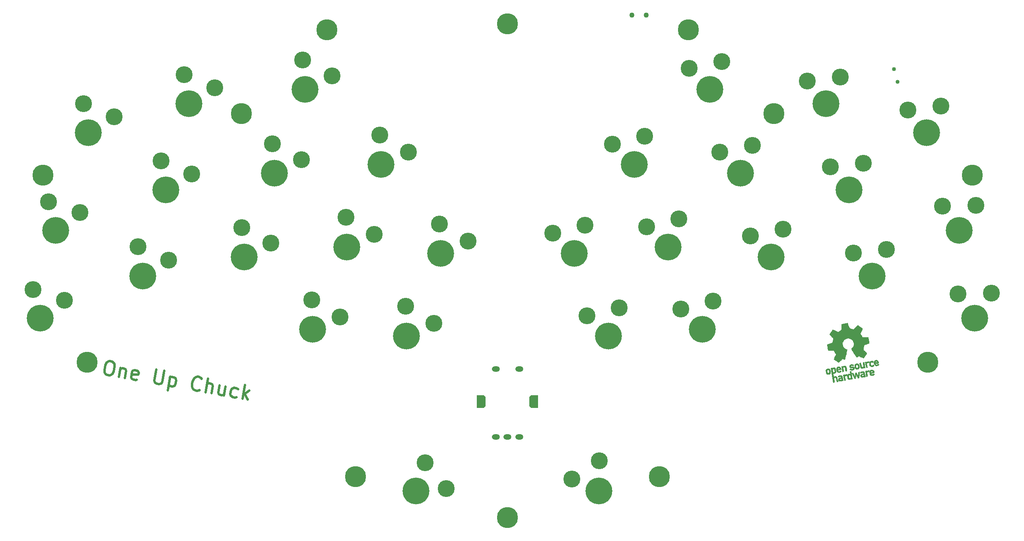
<source format=gbr>
%TF.GenerationSoftware,KiCad,Pcbnew,8.0.7*%
%TF.CreationDate,2025-02-03T22:04:45-07:00*%
%TF.ProjectId,chuck,63687563-6b2e-46b6-9963-61645f706362,v1.2*%
%TF.SameCoordinates,Original*%
%TF.FileFunction,Soldermask,Top*%
%TF.FilePolarity,Negative*%
%FSLAX46Y46*%
G04 Gerber Fmt 4.6, Leading zero omitted, Abs format (unit mm)*
G04 Created by KiCad (PCBNEW 8.0.7) date 2025-02-03 22:04:45*
%MOMM*%
%LPD*%
G01*
G04 APERTURE LIST*
G04 Aperture macros list*
%AMFreePoly0*
4,1,15,0.975355,0.935355,1.335355,0.575355,1.350000,0.540000,1.350000,-0.900000,1.335355,-0.935355,1.300000,-0.950000,-1.300000,-0.950000,-1.335355,-0.935355,-1.350000,-0.900000,-1.350000,0.540000,-1.335355,0.575355,-0.975355,0.935355,-0.940000,0.950000,0.940000,0.950000,0.975355,0.935355,0.975355,0.935355,$1*%
%AMFreePoly1*
4,1,15,1.335355,0.935355,1.350000,0.900000,1.350000,-0.540000,1.335355,-0.575355,0.975355,-0.935355,0.940000,-0.950000,-0.940000,-0.950000,-0.975355,-0.935355,-1.335355,-0.575355,-1.350000,-0.540000,-1.350000,0.900000,-1.335355,0.935355,-1.300000,0.950000,1.300000,0.950000,1.335355,0.935355,1.335355,0.935355,$1*%
G04 Aperture macros list end*
%ADD10C,0.500000*%
%ADD11C,0.010000*%
%ADD12C,1.100000*%
%ADD13C,0.800000*%
%ADD14C,4.500000*%
%ADD15C,0.850000*%
%ADD16FreePoly0,270.000000*%
%ADD17FreePoly1,270.000000*%
%ADD18O,1.700000X1.200000*%
%ADD19C,5.700000*%
%ADD20C,3.600000*%
G04 APERTURE END LIST*
D10*
X66695151Y-107349154D02*
X67257898Y-107448381D01*
X67257898Y-107448381D02*
X67514465Y-107638682D01*
X67514465Y-107638682D02*
X67746225Y-107969669D01*
X67746225Y-107969669D02*
X67787684Y-108557223D01*
X67787684Y-108557223D02*
X67614036Y-109542031D01*
X67614036Y-109542031D02*
X67374122Y-110079972D01*
X67374122Y-110079972D02*
X67043134Y-110311731D01*
X67043134Y-110311731D02*
X66736954Y-110402804D01*
X66736954Y-110402804D02*
X66174206Y-110303577D01*
X66174206Y-110303577D02*
X65917640Y-110113276D01*
X65917640Y-110113276D02*
X65685880Y-109782289D01*
X65685880Y-109782289D02*
X65644421Y-109194735D01*
X65644421Y-109194735D02*
X65818069Y-108209927D01*
X65818069Y-108209927D02*
X66057983Y-107671987D01*
X66057983Y-107671987D02*
X66388970Y-107440227D01*
X66388970Y-107440227D02*
X66695151Y-107349154D01*
X69053865Y-108780485D02*
X68706569Y-110750101D01*
X69004252Y-109061859D02*
X69169745Y-108945979D01*
X69169745Y-108945979D02*
X69475926Y-108854906D01*
X69475926Y-108854906D02*
X69897986Y-108929327D01*
X69897986Y-108929327D02*
X70154553Y-109119627D01*
X70154553Y-109119627D02*
X70245626Y-109425808D01*
X70245626Y-109425808D02*
X69972750Y-110973363D01*
X72529920Y-111279200D02*
X72223740Y-111370273D01*
X72223740Y-111370273D02*
X71660993Y-111271045D01*
X71660993Y-111271045D02*
X71404426Y-111080745D01*
X71404426Y-111080745D02*
X71313353Y-110774564D01*
X71313353Y-110774564D02*
X71511808Y-109649070D01*
X71511808Y-109649070D02*
X71702108Y-109392503D01*
X71702108Y-109392503D02*
X72008289Y-109301430D01*
X72008289Y-109301430D02*
X72571036Y-109400657D01*
X72571036Y-109400657D02*
X72827603Y-109590958D01*
X72827603Y-109590958D02*
X72918676Y-109897139D01*
X72918676Y-109897139D02*
X72869062Y-110178512D01*
X72869062Y-110178512D02*
X71412580Y-110211817D01*
X76683916Y-109110442D02*
X76262199Y-111502118D01*
X76262199Y-111502118D02*
X76353272Y-111808299D01*
X76353272Y-111808299D02*
X76469152Y-111973793D01*
X76469152Y-111973793D02*
X76725718Y-112164093D01*
X76725718Y-112164093D02*
X77288466Y-112263321D01*
X77288466Y-112263321D02*
X77594646Y-112172248D01*
X77594646Y-112172248D02*
X77760140Y-112056368D01*
X77760140Y-112056368D02*
X77950440Y-111799801D01*
X77950440Y-111799801D02*
X78372157Y-109408125D01*
X79605377Y-110641002D02*
X79084433Y-113595425D01*
X79580570Y-110781688D02*
X79886751Y-110690615D01*
X79886751Y-110690615D02*
X80449498Y-110789843D01*
X80449498Y-110789843D02*
X80706065Y-110980143D01*
X80706065Y-110980143D02*
X80821945Y-111145637D01*
X80821945Y-111145637D02*
X80913018Y-111451818D01*
X80913018Y-111451818D02*
X80764177Y-112295939D01*
X80764177Y-112295939D02*
X80573876Y-112552505D01*
X80573876Y-112552505D02*
X80408382Y-112668385D01*
X80408382Y-112668385D02*
X80102202Y-112759458D01*
X80102202Y-112759458D02*
X79539455Y-112660231D01*
X79539455Y-112660231D02*
X79282888Y-112469930D01*
X85919975Y-113495167D02*
X85754482Y-113611047D01*
X85754482Y-113611047D02*
X85307614Y-113677313D01*
X85307614Y-113677313D02*
X85026241Y-113627699D01*
X85026241Y-113627699D02*
X84628987Y-113412592D01*
X84628987Y-113412592D02*
X84397227Y-113081604D01*
X84397227Y-113081604D02*
X84306154Y-112775424D01*
X84306154Y-112775424D02*
X84264695Y-112187870D01*
X84264695Y-112187870D02*
X84339116Y-111765809D01*
X84339116Y-111765809D02*
X84579030Y-111227869D01*
X84579030Y-111227869D02*
X84769330Y-110971302D01*
X84769330Y-110971302D02*
X85100318Y-110739542D01*
X85100318Y-110739542D02*
X85547185Y-110673276D01*
X85547185Y-110673276D02*
X85828559Y-110722890D01*
X85828559Y-110722890D02*
X86225812Y-110937997D01*
X86225812Y-110937997D02*
X86341692Y-111103491D01*
X87136543Y-113999802D02*
X87657488Y-111045379D01*
X88402724Y-114223064D02*
X88675600Y-112675509D01*
X88675600Y-112675509D02*
X88584527Y-112369329D01*
X88584527Y-112369329D02*
X88327960Y-112179028D01*
X88327960Y-112179028D02*
X87905900Y-112104608D01*
X87905900Y-112104608D02*
X87599719Y-112195681D01*
X87599719Y-112195681D02*
X87434226Y-112311561D01*
X91423071Y-112724780D02*
X91075774Y-114694395D01*
X90156889Y-112501518D02*
X89884014Y-114049073D01*
X89884014Y-114049073D02*
X89975087Y-114355253D01*
X89975087Y-114355253D02*
X90231653Y-114545554D01*
X90231653Y-114545554D02*
X90653714Y-114619975D01*
X90653714Y-114619975D02*
X90959894Y-114528902D01*
X90959894Y-114528902D02*
X91125388Y-114413022D01*
X93773631Y-115025039D02*
X93467451Y-115116112D01*
X93467451Y-115116112D02*
X92904703Y-115016885D01*
X92904703Y-115016885D02*
X92648137Y-114826584D01*
X92648137Y-114826584D02*
X92532257Y-114661090D01*
X92532257Y-114661090D02*
X92441184Y-114354910D01*
X92441184Y-114354910D02*
X92590025Y-113510789D01*
X92590025Y-113510789D02*
X92780325Y-113254222D01*
X92780325Y-113254222D02*
X92945819Y-113138342D01*
X92945819Y-113138342D02*
X93252000Y-113047269D01*
X93252000Y-113047269D02*
X93814747Y-113146497D01*
X93814747Y-113146497D02*
X94071314Y-113336797D01*
X95015006Y-115388988D02*
X95535951Y-112434565D01*
X95494835Y-114313107D02*
X96140501Y-115587443D01*
X96487797Y-113617828D02*
X95163847Y-114544867D01*
D11*
%TO.C,REF\u002A\u002A*%
X228299798Y-107435684D02*
X228359849Y-107458671D01*
X228382080Y-107481303D01*
X228382594Y-107512687D01*
X228359452Y-107566214D01*
X228338724Y-107604889D01*
X228294474Y-107676001D01*
X228257650Y-107709131D01*
X228222078Y-107713665D01*
X228112741Y-107705487D01*
X228036104Y-107720247D01*
X227979019Y-107761429D01*
X227961183Y-107782786D01*
X227905081Y-107856761D01*
X228048192Y-108668383D01*
X227778432Y-108715949D01*
X227570871Y-107538814D01*
X227705751Y-107515031D01*
X227787295Y-107503954D01*
X227831081Y-107507958D01*
X227847107Y-107528006D01*
X227847229Y-107528663D01*
X227857047Y-107550891D01*
X227882384Y-107543299D01*
X227915275Y-107520212D01*
X227983813Y-107475964D01*
X228040623Y-107446595D01*
X228117131Y-107428144D01*
X228210902Y-107424786D01*
X228299798Y-107435684D01*
G36*
X228299798Y-107435684D02*
G01*
X228359849Y-107458671D01*
X228382080Y-107481303D01*
X228382594Y-107512687D01*
X228359452Y-107566214D01*
X228338724Y-107604889D01*
X228294474Y-107676001D01*
X228257650Y-107709131D01*
X228222078Y-107713665D01*
X228112741Y-107705487D01*
X228036104Y-107720247D01*
X227979019Y-107761429D01*
X227961183Y-107782786D01*
X227905081Y-107856761D01*
X228048192Y-108668383D01*
X227778432Y-108715949D01*
X227570871Y-107538814D01*
X227705751Y-107515031D01*
X227787295Y-107503954D01*
X227831081Y-107507958D01*
X227847107Y-107528006D01*
X227847229Y-107528663D01*
X227857047Y-107550891D01*
X227882384Y-107543299D01*
X227915275Y-107520212D01*
X227983813Y-107475964D01*
X228040623Y-107446595D01*
X228117131Y-107428144D01*
X228210902Y-107424786D01*
X228299798Y-107435684D01*
G37*
X228312651Y-109323242D02*
X228371175Y-109341298D01*
X228435697Y-109377061D01*
X228373253Y-109492648D01*
X228334556Y-109562802D01*
X228306209Y-109598697D01*
X228273594Y-109609168D01*
X228222092Y-109603049D01*
X228197666Y-109598757D01*
X228101907Y-109602954D01*
X228020849Y-109644444D01*
X227968433Y-109715128D01*
X227961562Y-109735931D01*
X227959305Y-109788223D01*
X227967069Y-109882493D01*
X227984097Y-110012094D01*
X228009634Y-110170380D01*
X228013562Y-110192845D01*
X228082546Y-110584070D01*
X227812785Y-110631636D01*
X227600900Y-109429978D01*
X227735780Y-109406195D01*
X227813911Y-109394512D01*
X227856020Y-109396405D01*
X227874610Y-109414224D01*
X227879623Y-109433239D01*
X227888585Y-109484066D01*
X227944239Y-109421845D01*
X228012217Y-109374106D01*
X228108727Y-109339409D01*
X228215097Y-109321280D01*
X228312651Y-109323242D01*
G36*
X228312651Y-109323242D02*
G01*
X228371175Y-109341298D01*
X228435697Y-109377061D01*
X228373253Y-109492648D01*
X228334556Y-109562802D01*
X228306209Y-109598697D01*
X228273594Y-109609168D01*
X228222092Y-109603049D01*
X228197666Y-109598757D01*
X228101907Y-109602954D01*
X228020849Y-109644444D01*
X227968433Y-109715128D01*
X227961562Y-109735931D01*
X227959305Y-109788223D01*
X227967069Y-109882493D01*
X227984097Y-110012094D01*
X228009634Y-110170380D01*
X228013562Y-110192845D01*
X228082546Y-110584070D01*
X227812785Y-110631636D01*
X227600900Y-109429978D01*
X227735780Y-109406195D01*
X227813911Y-109394512D01*
X227856020Y-109396405D01*
X227874610Y-109414224D01*
X227879623Y-109433239D01*
X227888585Y-109484066D01*
X227944239Y-109421845D01*
X228012217Y-109374106D01*
X228108727Y-109339409D01*
X228215097Y-109321280D01*
X228312651Y-109323242D01*
G37*
X223636534Y-110165604D02*
X223687078Y-110189275D01*
X223702917Y-110227238D01*
X223700328Y-110238732D01*
X223675535Y-110288919D01*
X223634575Y-110352489D01*
X223626981Y-110362936D01*
X223585918Y-110412062D01*
X223546623Y-110432524D01*
X223486816Y-110433625D01*
X223462430Y-110431648D01*
X223387306Y-110429822D01*
X223337458Y-110445389D01*
X223298470Y-110476171D01*
X223264498Y-110514243D01*
X223242337Y-110558502D01*
X223231770Y-110616675D01*
X223232584Y-110696497D01*
X223244561Y-110805703D01*
X223267485Y-110952022D01*
X223282739Y-111040116D01*
X223349483Y-111418637D01*
X223104246Y-111461879D01*
X222892361Y-110260220D01*
X223014979Y-110238599D01*
X223089029Y-110228229D01*
X223127668Y-110232758D01*
X223143760Y-110254841D01*
X223146184Y-110265664D01*
X223153664Y-110295681D01*
X223169126Y-110297875D01*
X223204949Y-110270075D01*
X223225900Y-110251703D01*
X223294541Y-110208167D01*
X223380287Y-110177505D01*
X223472776Y-110160002D01*
X223561646Y-110155940D01*
X223636534Y-110165604D01*
G36*
X223636534Y-110165604D02*
G01*
X223687078Y-110189275D01*
X223702917Y-110227238D01*
X223700328Y-110238732D01*
X223675535Y-110288919D01*
X223634575Y-110352489D01*
X223626981Y-110362936D01*
X223585918Y-110412062D01*
X223546623Y-110432524D01*
X223486816Y-110433625D01*
X223462430Y-110431648D01*
X223387306Y-110429822D01*
X223337458Y-110445389D01*
X223298470Y-110476171D01*
X223264498Y-110514243D01*
X223242337Y-110558502D01*
X223231770Y-110616675D01*
X223232584Y-110696497D01*
X223244561Y-110805703D01*
X223267485Y-110952022D01*
X223282739Y-111040116D01*
X223349483Y-111418637D01*
X223104246Y-111461879D01*
X222892361Y-110260220D01*
X223014979Y-110238599D01*
X223089029Y-110228229D01*
X223127668Y-110232758D01*
X223143760Y-110254841D01*
X223146184Y-110265664D01*
X223153664Y-110295681D01*
X223169126Y-110297875D01*
X223204949Y-110270075D01*
X223225900Y-110251703D01*
X223294541Y-110208167D01*
X223380287Y-110177505D01*
X223472776Y-110160002D01*
X223561646Y-110155940D01*
X223636534Y-110165604D01*
G37*
X227557718Y-108754867D02*
X227422839Y-108778650D01*
X227340945Y-108789692D01*
X227297035Y-108785503D01*
X227281464Y-108765599D01*
X227270969Y-108747277D01*
X227243660Y-108756360D01*
X227192025Y-108794012D01*
X227070024Y-108859565D01*
X226932103Y-108880764D01*
X226792282Y-108857596D01*
X226723132Y-108832012D01*
X226668319Y-108800776D01*
X226624635Y-108757301D01*
X226588867Y-108695004D01*
X226557805Y-108607301D01*
X226528240Y-108487606D01*
X226496962Y-108329337D01*
X226474882Y-108206576D01*
X226393736Y-107746375D01*
X226638972Y-107703133D01*
X226706281Y-108084861D01*
X226740313Y-108264312D01*
X226772870Y-108399432D01*
X226807222Y-108495473D01*
X226846638Y-108557681D01*
X226894385Y-108591306D01*
X226953733Y-108601594D01*
X227023729Y-108594554D01*
X227095073Y-108576033D01*
X227146322Y-108545292D01*
X227178756Y-108496280D01*
X227193648Y-108422947D01*
X227192278Y-108319245D01*
X227175919Y-108179121D01*
X227147707Y-108007026D01*
X227080398Y-107625298D01*
X227350158Y-107577732D01*
X227557718Y-108754867D01*
G36*
X227557718Y-108754867D02*
G01*
X227422839Y-108778650D01*
X227340945Y-108789692D01*
X227297035Y-108785503D01*
X227281464Y-108765599D01*
X227270969Y-108747277D01*
X227243660Y-108756360D01*
X227192025Y-108794012D01*
X227070024Y-108859565D01*
X226932103Y-108880764D01*
X226792282Y-108857596D01*
X226723132Y-108832012D01*
X226668319Y-108800776D01*
X226624635Y-108757301D01*
X226588867Y-108695004D01*
X226557805Y-108607301D01*
X226528240Y-108487606D01*
X226496962Y-108329337D01*
X226474882Y-108206576D01*
X226393736Y-107746375D01*
X226638972Y-107703133D01*
X226706281Y-108084861D01*
X226740313Y-108264312D01*
X226772870Y-108399432D01*
X226807222Y-108495473D01*
X226846638Y-108557681D01*
X226894385Y-108591306D01*
X226953733Y-108601594D01*
X227023729Y-108594554D01*
X227095073Y-108576033D01*
X227146322Y-108545292D01*
X227178756Y-108496280D01*
X227193648Y-108422947D01*
X227192278Y-108319245D01*
X227175919Y-108179121D01*
X227147707Y-108007026D01*
X227080398Y-107625298D01*
X227350158Y-107577732D01*
X227557718Y-108754867D01*
G37*
X223234623Y-108324300D02*
X223300798Y-108342691D01*
X223367334Y-108374378D01*
X223420912Y-108414904D01*
X223464613Y-108470936D01*
X223501516Y-108549142D01*
X223534701Y-108656194D01*
X223567247Y-108798759D01*
X223602235Y-108983504D01*
X223605691Y-109002887D01*
X223682983Y-109438087D01*
X223413223Y-109485653D01*
X223342464Y-109084357D01*
X223316057Y-108935720D01*
X223295729Y-108828202D01*
X223278916Y-108753869D01*
X223263062Y-108704791D01*
X223245600Y-108673038D01*
X223223970Y-108650677D01*
X223195651Y-108629808D01*
X223102543Y-108590654D01*
X223009514Y-108596746D01*
X222928575Y-108646152D01*
X222902811Y-108676846D01*
X222884817Y-108704604D01*
X222873382Y-108732950D01*
X222868885Y-108770091D01*
X222871704Y-108824235D01*
X222882215Y-108903590D01*
X222900801Y-109016362D01*
X222924776Y-109153410D01*
X222996321Y-109559164D01*
X222726561Y-109606730D01*
X222519000Y-108429595D01*
X222653880Y-108405812D01*
X222735426Y-108394735D01*
X222779210Y-108398740D01*
X222795236Y-108418787D01*
X222795358Y-108419444D01*
X222804809Y-108440179D01*
X222829165Y-108433342D01*
X222874246Y-108400779D01*
X222979844Y-108345943D01*
X223107034Y-108319489D01*
X223234623Y-108324300D01*
G36*
X223234623Y-108324300D02*
G01*
X223300798Y-108342691D01*
X223367334Y-108374378D01*
X223420912Y-108414904D01*
X223464613Y-108470936D01*
X223501516Y-108549142D01*
X223534701Y-108656194D01*
X223567247Y-108798759D01*
X223602235Y-108983504D01*
X223605691Y-109002887D01*
X223682983Y-109438087D01*
X223413223Y-109485653D01*
X223342464Y-109084357D01*
X223316057Y-108935720D01*
X223295729Y-108828202D01*
X223278916Y-108753869D01*
X223263062Y-108704791D01*
X223245600Y-108673038D01*
X223223970Y-108650677D01*
X223195651Y-108629808D01*
X223102543Y-108590654D01*
X223009514Y-108596746D01*
X222928575Y-108646152D01*
X222902811Y-108676846D01*
X222884817Y-108704604D01*
X222873382Y-108732950D01*
X222868885Y-108770091D01*
X222871704Y-108824235D01*
X222882215Y-108903590D01*
X222900801Y-109016362D01*
X222924776Y-109153410D01*
X222996321Y-109559164D01*
X222726561Y-109606730D01*
X222519000Y-108429595D01*
X222653880Y-108405812D01*
X222735426Y-108394735D01*
X222779210Y-108398740D01*
X222795236Y-108418787D01*
X222795358Y-108419444D01*
X222804809Y-108440179D01*
X222829165Y-108433342D01*
X222874246Y-108400779D01*
X222979844Y-108345943D01*
X223107034Y-108319489D01*
X223234623Y-108324300D01*
G37*
X229180414Y-107327835D02*
X229230348Y-107349327D01*
X229295508Y-107384396D01*
X229337673Y-107413571D01*
X229345946Y-107424036D01*
X229332868Y-107452801D01*
X229295499Y-107504288D01*
X229264791Y-107541039D01*
X229180062Y-107637777D01*
X229090546Y-107585931D01*
X229022843Y-107554209D01*
X228961532Y-107549949D01*
X228894941Y-107565371D01*
X228792877Y-107610732D01*
X228729114Y-107678773D01*
X228700163Y-107775700D01*
X228702540Y-107907713D01*
X228702550Y-107907795D01*
X228729616Y-108051044D01*
X228775433Y-108151570D01*
X228842422Y-108213701D01*
X228883755Y-108231452D01*
X228987482Y-108244344D01*
X229092581Y-108225830D01*
X229178844Y-108180366D01*
X229197960Y-108162214D01*
X229245784Y-108116024D01*
X229287165Y-108102539D01*
X229337741Y-108121724D01*
X229396973Y-108161756D01*
X229491639Y-108230269D01*
X229415638Y-108319248D01*
X229292833Y-108426201D01*
X229145086Y-108494289D01*
X228982655Y-108519887D01*
X228871556Y-108511602D01*
X228735486Y-108466669D01*
X228617546Y-108379029D01*
X228559300Y-108312756D01*
X228503945Y-108212694D01*
X228461859Y-108081023D01*
X228435939Y-107934849D01*
X228429086Y-107791275D01*
X228444195Y-107667407D01*
X228447714Y-107654359D01*
X228510461Y-107521419D01*
X228608457Y-107415403D01*
X228733077Y-107339675D01*
X228875695Y-107297595D01*
X229027683Y-107292528D01*
X229180414Y-107327835D01*
G36*
X229180414Y-107327835D02*
G01*
X229230348Y-107349327D01*
X229295508Y-107384396D01*
X229337673Y-107413571D01*
X229345946Y-107424036D01*
X229332868Y-107452801D01*
X229295499Y-107504288D01*
X229264791Y-107541039D01*
X229180062Y-107637777D01*
X229090546Y-107585931D01*
X229022843Y-107554209D01*
X228961532Y-107549949D01*
X228894941Y-107565371D01*
X228792877Y-107610732D01*
X228729114Y-107678773D01*
X228700163Y-107775700D01*
X228702540Y-107907713D01*
X228702550Y-107907795D01*
X228729616Y-108051044D01*
X228775433Y-108151570D01*
X228842422Y-108213701D01*
X228883755Y-108231452D01*
X228987482Y-108244344D01*
X229092581Y-108225830D01*
X229178844Y-108180366D01*
X229197960Y-108162214D01*
X229245784Y-108116024D01*
X229287165Y-108102539D01*
X229337741Y-108121724D01*
X229396973Y-108161756D01*
X229491639Y-108230269D01*
X229415638Y-108319248D01*
X229292833Y-108426201D01*
X229145086Y-108494289D01*
X228982655Y-108519887D01*
X228871556Y-108511602D01*
X228735486Y-108466669D01*
X228617546Y-108379029D01*
X228559300Y-108312756D01*
X228503945Y-108212694D01*
X228461859Y-108081023D01*
X228435939Y-107934849D01*
X228429086Y-107791275D01*
X228444195Y-107667407D01*
X228447714Y-107654359D01*
X228510461Y-107521419D01*
X228608457Y-107415403D01*
X228733077Y-107339675D01*
X228875695Y-107297595D01*
X229027683Y-107292528D01*
X229180414Y-107327835D01*
G37*
X225895335Y-107849220D02*
X226031288Y-107894901D01*
X226147140Y-107984430D01*
X226208158Y-108063099D01*
X226241297Y-108136242D01*
X226273273Y-108243206D01*
X226300906Y-108368049D01*
X226321018Y-108494829D01*
X226330427Y-108607603D01*
X226329011Y-108668972D01*
X226303275Y-108757122D01*
X226249128Y-108855478D01*
X226178850Y-108945530D01*
X226104720Y-109008768D01*
X226102839Y-109009895D01*
X226003956Y-109049252D01*
X225882418Y-109071226D01*
X225763422Y-109072251D01*
X225716056Y-109064607D01*
X225589614Y-109019692D01*
X225492229Y-108948806D01*
X225418204Y-108845279D01*
X225361838Y-108702441D01*
X225341311Y-108626036D01*
X225324987Y-108528358D01*
X225306647Y-108418605D01*
X225307963Y-108357470D01*
X225569222Y-108357470D01*
X225580780Y-108441017D01*
X225587861Y-108482006D01*
X225621809Y-108622750D01*
X225666419Y-108726698D01*
X225719143Y-108788842D01*
X225751496Y-108803567D01*
X225827870Y-108804346D01*
X225915036Y-108784759D01*
X225987514Y-108751478D01*
X226005511Y-108737027D01*
X226046848Y-108664048D01*
X226064356Y-108560429D01*
X226058204Y-108439169D01*
X226028565Y-108313265D01*
X225998945Y-108239569D01*
X225937021Y-108159096D01*
X225854170Y-108116575D01*
X225762777Y-108112938D01*
X225675227Y-108149114D01*
X225613928Y-108210650D01*
X225584311Y-108257726D01*
X225569903Y-108301519D01*
X225569222Y-108357470D01*
X225307963Y-108357470D01*
X225310431Y-108242826D01*
X225352666Y-108098693D01*
X225433355Y-107986199D01*
X225552499Y-107905335D01*
X225579094Y-107893705D01*
X225743272Y-107848463D01*
X225895335Y-107849220D01*
G36*
X225895335Y-107849220D02*
G01*
X226031288Y-107894901D01*
X226147140Y-107984430D01*
X226208158Y-108063099D01*
X226241297Y-108136242D01*
X226273273Y-108243206D01*
X226300906Y-108368049D01*
X226321018Y-108494829D01*
X226330427Y-108607603D01*
X226329011Y-108668972D01*
X226303275Y-108757122D01*
X226249128Y-108855478D01*
X226178850Y-108945530D01*
X226104720Y-109008768D01*
X226102839Y-109009895D01*
X226003956Y-109049252D01*
X225882418Y-109071226D01*
X225763422Y-109072251D01*
X225716056Y-109064607D01*
X225589614Y-109019692D01*
X225492229Y-108948806D01*
X225418204Y-108845279D01*
X225361838Y-108702441D01*
X225341311Y-108626036D01*
X225324987Y-108528358D01*
X225306647Y-108418605D01*
X225307963Y-108357470D01*
X225569222Y-108357470D01*
X225580780Y-108441017D01*
X225587861Y-108482006D01*
X225621809Y-108622750D01*
X225666419Y-108726698D01*
X225719143Y-108788842D01*
X225751496Y-108803567D01*
X225827870Y-108804346D01*
X225915036Y-108784759D01*
X225987514Y-108751478D01*
X226005511Y-108737027D01*
X226046848Y-108664048D01*
X226064356Y-108560429D01*
X226058204Y-108439169D01*
X226028565Y-108313265D01*
X225998945Y-108239569D01*
X225937021Y-108159096D01*
X225854170Y-108116575D01*
X225762777Y-108112938D01*
X225675227Y-108149114D01*
X225613928Y-108210650D01*
X225584311Y-108257726D01*
X225569903Y-108301519D01*
X225569222Y-108357470D01*
X225307963Y-108357470D01*
X225310431Y-108242826D01*
X225352666Y-108098693D01*
X225433355Y-107986199D01*
X225552499Y-107905335D01*
X225579094Y-107893705D01*
X225743272Y-107848463D01*
X225895335Y-107849220D01*
G37*
X226382318Y-109916672D02*
X226364128Y-110053578D01*
X226342111Y-110218730D01*
X226319085Y-110391016D01*
X226298498Y-110544640D01*
X226251558Y-110894280D01*
X226026747Y-110949176D01*
X225929190Y-110756461D01*
X225868864Y-110636696D01*
X225802782Y-110504590D01*
X225744801Y-110387848D01*
X225742505Y-110383200D01*
X225700704Y-110304541D01*
X225666766Y-110251825D01*
X225646229Y-110233249D01*
X225643228Y-110236345D01*
X225637039Y-110271850D01*
X225626704Y-110347386D01*
X225613429Y-110453474D01*
X225598424Y-110580630D01*
X225590496Y-110650516D01*
X225547914Y-111030994D01*
X225322181Y-111070797D01*
X225041187Y-110532441D01*
X224962291Y-110381438D01*
X224890499Y-110244333D01*
X224829198Y-110127562D01*
X224781770Y-110037565D01*
X224751599Y-109980781D01*
X224742554Y-109964231D01*
X224744081Y-109945382D01*
X224779629Y-109930978D01*
X224856640Y-109918213D01*
X224868779Y-109916688D01*
X225012645Y-109899000D01*
X225166547Y-110225868D01*
X225222943Y-110345029D01*
X225273018Y-110449692D01*
X225312388Y-110530775D01*
X225336668Y-110579198D01*
X225340958Y-110587034D01*
X225350958Y-110575389D01*
X225365777Y-110521584D01*
X225383900Y-110432852D01*
X225403812Y-110316431D01*
X225419524Y-110211667D01*
X225477580Y-109802004D01*
X225575855Y-109792183D01*
X225674128Y-109782363D01*
X225867959Y-110140120D01*
X226061788Y-110497876D01*
X226077766Y-110355986D01*
X226086995Y-110268410D01*
X226098606Y-110150212D01*
X226110761Y-110020397D01*
X226117021Y-109950808D01*
X226140298Y-109687521D01*
X226419198Y-109638344D01*
X226382318Y-109916672D01*
G36*
X226382318Y-109916672D02*
G01*
X226364128Y-110053578D01*
X226342111Y-110218730D01*
X226319085Y-110391016D01*
X226298498Y-110544640D01*
X226251558Y-110894280D01*
X226026747Y-110949176D01*
X225929190Y-110756461D01*
X225868864Y-110636696D01*
X225802782Y-110504590D01*
X225744801Y-110387848D01*
X225742505Y-110383200D01*
X225700704Y-110304541D01*
X225666766Y-110251825D01*
X225646229Y-110233249D01*
X225643228Y-110236345D01*
X225637039Y-110271850D01*
X225626704Y-110347386D01*
X225613429Y-110453474D01*
X225598424Y-110580630D01*
X225590496Y-110650516D01*
X225547914Y-111030994D01*
X225322181Y-111070797D01*
X225041187Y-110532441D01*
X224962291Y-110381438D01*
X224890499Y-110244333D01*
X224829198Y-110127562D01*
X224781770Y-110037565D01*
X224751599Y-109980781D01*
X224742554Y-109964231D01*
X224744081Y-109945382D01*
X224779629Y-109930978D01*
X224856640Y-109918213D01*
X224868779Y-109916688D01*
X225012645Y-109899000D01*
X225166547Y-110225868D01*
X225222943Y-110345029D01*
X225273018Y-110449692D01*
X225312388Y-110530775D01*
X225336668Y-110579198D01*
X225340958Y-110587034D01*
X225350958Y-110575389D01*
X225365777Y-110521584D01*
X225383900Y-110432852D01*
X225403812Y-110316431D01*
X225419524Y-110211667D01*
X225477580Y-109802004D01*
X225575855Y-109792183D01*
X225674128Y-109782363D01*
X225867959Y-110140120D01*
X226061788Y-110497876D01*
X226077766Y-110355986D01*
X226086995Y-110268410D01*
X226098606Y-110150212D01*
X226110761Y-110020397D01*
X226117021Y-109950808D01*
X226140298Y-109687521D01*
X226419198Y-109638344D01*
X226382318Y-109916672D01*
G37*
X219891764Y-108964471D02*
X220005858Y-109042008D01*
X220095918Y-109163104D01*
X220162109Y-109327880D01*
X220169401Y-109354143D01*
X220204640Y-109542162D01*
X220207528Y-109711904D01*
X220178244Y-109855058D01*
X220157518Y-109903101D01*
X220074949Y-110011605D01*
X219959738Y-110092765D01*
X219823522Y-110142033D01*
X219677941Y-110154862D01*
X219562183Y-110135724D01*
X219457053Y-110087613D01*
X219365501Y-110016372D01*
X219363827Y-110014623D01*
X219323492Y-109967800D01*
X219293999Y-109918767D01*
X219270051Y-109854544D01*
X219246350Y-109762155D01*
X219229641Y-109685911D01*
X219216043Y-109616496D01*
X219199820Y-109533693D01*
X219186038Y-109429356D01*
X219449392Y-109429356D01*
X219461230Y-109573262D01*
X219475852Y-109642174D01*
X219500825Y-109732937D01*
X219526617Y-109789463D01*
X219561722Y-109826725D01*
X219591983Y-109846771D01*
X219692960Y-109882109D01*
X219790319Y-109872045D01*
X219873321Y-109819172D01*
X219910763Y-109769722D01*
X219935641Y-109722156D01*
X219947445Y-109678758D01*
X219946532Y-109625149D01*
X219933255Y-109546949D01*
X219918018Y-109475462D01*
X219894409Y-109373666D01*
X219873954Y-109308548D01*
X219850603Y-109267840D01*
X219818306Y-109239270D01*
X219794007Y-109223972D01*
X219697579Y-109189533D01*
X219602604Y-109203715D01*
X219528547Y-109247243D01*
X219471804Y-109320879D01*
X219449392Y-109429356D01*
X219186038Y-109429356D01*
X219184618Y-109418602D01*
X219184265Y-109330086D01*
X219198993Y-109257590D01*
X219229034Y-109190562D01*
X219240952Y-109170131D01*
X219319451Y-109064962D01*
X219411278Y-108995425D01*
X219530912Y-108951981D01*
X219590800Y-108939594D01*
X219753467Y-108930373D01*
X219891764Y-108964471D01*
G36*
X219891764Y-108964471D02*
G01*
X220005858Y-109042008D01*
X220095918Y-109163104D01*
X220162109Y-109327880D01*
X220169401Y-109354143D01*
X220204640Y-109542162D01*
X220207528Y-109711904D01*
X220178244Y-109855058D01*
X220157518Y-109903101D01*
X220074949Y-110011605D01*
X219959738Y-110092765D01*
X219823522Y-110142033D01*
X219677941Y-110154862D01*
X219562183Y-110135724D01*
X219457053Y-110087613D01*
X219365501Y-110016372D01*
X219363827Y-110014623D01*
X219323492Y-109967800D01*
X219293999Y-109918767D01*
X219270051Y-109854544D01*
X219246350Y-109762155D01*
X219229641Y-109685911D01*
X219216043Y-109616496D01*
X219199820Y-109533693D01*
X219186038Y-109429356D01*
X219449392Y-109429356D01*
X219461230Y-109573262D01*
X219475852Y-109642174D01*
X219500825Y-109732937D01*
X219526617Y-109789463D01*
X219561722Y-109826725D01*
X219591983Y-109846771D01*
X219692960Y-109882109D01*
X219790319Y-109872045D01*
X219873321Y-109819172D01*
X219910763Y-109769722D01*
X219935641Y-109722156D01*
X219947445Y-109678758D01*
X219946532Y-109625149D01*
X219933255Y-109546949D01*
X219918018Y-109475462D01*
X219894409Y-109373666D01*
X219873954Y-109308548D01*
X219850603Y-109267840D01*
X219818306Y-109239270D01*
X219794007Y-109223972D01*
X219697579Y-109189533D01*
X219602604Y-109203715D01*
X219528547Y-109247243D01*
X219471804Y-109320879D01*
X219449392Y-109429356D01*
X219186038Y-109429356D01*
X219184618Y-109418602D01*
X219184265Y-109330086D01*
X219198993Y-109257590D01*
X219229034Y-109190562D01*
X219240952Y-109170131D01*
X219319451Y-109064962D01*
X219411278Y-108995425D01*
X219530912Y-108951981D01*
X219590800Y-108939594D01*
X219753467Y-108930373D01*
X219891764Y-108964471D01*
G37*
X224845424Y-111154862D02*
X224710544Y-111178645D01*
X224631851Y-111190154D01*
X224589401Y-111187838D01*
X224571080Y-111169782D01*
X224567483Y-111156024D01*
X224560071Y-111128468D01*
X224543512Y-111125852D01*
X224505529Y-111150343D01*
X224476464Y-111172073D01*
X224360707Y-111231834D01*
X224227948Y-111257520D01*
X224114679Y-111248145D01*
X224001749Y-111197155D01*
X223907012Y-111109206D01*
X223843825Y-110996906D01*
X223841573Y-110990401D01*
X223822444Y-110918470D01*
X223800848Y-110814174D01*
X223787116Y-110734835D01*
X223780154Y-110694606D01*
X223770576Y-110629980D01*
X223755868Y-110482336D01*
X224031509Y-110482336D01*
X224037892Y-110579155D01*
X224054998Y-110687600D01*
X224079787Y-110791898D01*
X224109221Y-110876277D01*
X224136982Y-110921962D01*
X224221102Y-110976252D01*
X224311183Y-110985147D01*
X224396281Y-110950104D01*
X224461706Y-110878797D01*
X224483480Y-110834758D01*
X224492027Y-110785281D01*
X224487899Y-110715988D01*
X224471847Y-110613647D01*
X224450576Y-110513247D01*
X224425792Y-110426109D01*
X224402368Y-110369001D01*
X224399271Y-110364059D01*
X224335879Y-110309977D01*
X224253519Y-110288671D01*
X224167232Y-110298101D01*
X224092064Y-110336227D01*
X224043059Y-110401010D01*
X224038890Y-110412915D01*
X224031509Y-110482336D01*
X223755868Y-110482336D01*
X223754515Y-110468757D01*
X223758379Y-110344902D01*
X223784275Y-110249279D01*
X223834312Y-110172747D01*
X223887333Y-110123652D01*
X223966130Y-110081817D01*
X224068438Y-110054195D01*
X224176214Y-110042996D01*
X224271412Y-110050434D01*
X224324478Y-110070057D01*
X224382417Y-110106465D01*
X224281620Y-109534819D01*
X224551380Y-109487254D01*
X224845424Y-111154862D01*
G36*
X224845424Y-111154862D02*
G01*
X224710544Y-111178645D01*
X224631851Y-111190154D01*
X224589401Y-111187838D01*
X224571080Y-111169782D01*
X224567483Y-111156024D01*
X224560071Y-111128468D01*
X224543512Y-111125852D01*
X224505529Y-111150343D01*
X224476464Y-111172073D01*
X224360707Y-111231834D01*
X224227948Y-111257520D01*
X224114679Y-111248145D01*
X224001749Y-111197155D01*
X223907012Y-111109206D01*
X223843825Y-110996906D01*
X223841573Y-110990401D01*
X223822444Y-110918470D01*
X223800848Y-110814174D01*
X223787116Y-110734835D01*
X223780154Y-110694606D01*
X223770576Y-110629980D01*
X223755868Y-110482336D01*
X224031509Y-110482336D01*
X224037892Y-110579155D01*
X224054998Y-110687600D01*
X224079787Y-110791898D01*
X224109221Y-110876277D01*
X224136982Y-110921962D01*
X224221102Y-110976252D01*
X224311183Y-110985147D01*
X224396281Y-110950104D01*
X224461706Y-110878797D01*
X224483480Y-110834758D01*
X224492027Y-110785281D01*
X224487899Y-110715988D01*
X224471847Y-110613647D01*
X224450576Y-110513247D01*
X224425792Y-110426109D01*
X224402368Y-110369001D01*
X224399271Y-110364059D01*
X224335879Y-110309977D01*
X224253519Y-110288671D01*
X224167232Y-110298101D01*
X224092064Y-110336227D01*
X224043059Y-110401010D01*
X224038890Y-110412915D01*
X224031509Y-110482336D01*
X223755868Y-110482336D01*
X223754515Y-110468757D01*
X223758379Y-110344902D01*
X223784275Y-110249279D01*
X223834312Y-110172747D01*
X223887333Y-110123652D01*
X223966130Y-110081817D01*
X224068438Y-110054195D01*
X224176214Y-110042996D01*
X224271412Y-110050434D01*
X224324478Y-110070057D01*
X224382417Y-110106465D01*
X224281620Y-109534819D01*
X224551380Y-109487254D01*
X224845424Y-111154862D01*
G37*
X229989066Y-107123811D02*
X230119308Y-107158445D01*
X230237298Y-107225610D01*
X230326582Y-107315341D01*
X230340419Y-107336583D01*
X230364455Y-107394375D01*
X230389547Y-107481714D01*
X230408609Y-107571099D01*
X230438596Y-107741167D01*
X230083003Y-107803868D01*
X229936439Y-107830283D01*
X229833713Y-107851868D01*
X229769571Y-107872182D01*
X229738757Y-107894786D01*
X229736019Y-107923242D01*
X229756100Y-107961109D01*
X229787675Y-108003992D01*
X229866466Y-108070959D01*
X229963632Y-108094111D01*
X230073748Y-108073382D01*
X230191239Y-108008819D01*
X230290006Y-107937291D01*
X230392134Y-107992360D01*
X230494263Y-108047429D01*
X230423676Y-108140207D01*
X230324080Y-108233670D01*
X230193457Y-108302463D01*
X230046728Y-108341143D01*
X229898809Y-108344260D01*
X229874245Y-108340798D01*
X229736038Y-108297024D01*
X229624527Y-108215094D01*
X229537208Y-108092417D01*
X229471579Y-107926400D01*
X229470517Y-107922781D01*
X229434262Y-107735634D01*
X229435217Y-107666420D01*
X229436363Y-107583463D01*
X229683528Y-107583463D01*
X229684372Y-107622487D01*
X229709070Y-107628749D01*
X229772585Y-107625682D01*
X229864963Y-107614037D01*
X229923121Y-107604485D01*
X230031274Y-107584975D01*
X230098467Y-107570331D01*
X230132810Y-107556906D01*
X230142413Y-107541053D01*
X230135388Y-107519125D01*
X230131285Y-107510886D01*
X230073010Y-107436947D01*
X229992403Y-107383289D01*
X229926409Y-107365101D01*
X229845820Y-107381112D01*
X229770206Y-107431638D01*
X229711973Y-107503485D01*
X229683528Y-107583463D01*
X229436363Y-107583463D01*
X229436618Y-107564995D01*
X229474614Y-107415441D01*
X229545279Y-107291551D01*
X229645641Y-107197901D01*
X229772733Y-107139068D01*
X229923581Y-107119629D01*
X229989066Y-107123811D01*
G36*
X229989066Y-107123811D02*
G01*
X230119308Y-107158445D01*
X230237298Y-107225610D01*
X230326582Y-107315341D01*
X230340419Y-107336583D01*
X230364455Y-107394375D01*
X230389547Y-107481714D01*
X230408609Y-107571099D01*
X230438596Y-107741167D01*
X230083003Y-107803868D01*
X229936439Y-107830283D01*
X229833713Y-107851868D01*
X229769571Y-107872182D01*
X229738757Y-107894786D01*
X229736019Y-107923242D01*
X229756100Y-107961109D01*
X229787675Y-108003992D01*
X229866466Y-108070959D01*
X229963632Y-108094111D01*
X230073748Y-108073382D01*
X230191239Y-108008819D01*
X230290006Y-107937291D01*
X230392134Y-107992360D01*
X230494263Y-108047429D01*
X230423676Y-108140207D01*
X230324080Y-108233670D01*
X230193457Y-108302463D01*
X230046728Y-108341143D01*
X229898809Y-108344260D01*
X229874245Y-108340798D01*
X229736038Y-108297024D01*
X229624527Y-108215094D01*
X229537208Y-108092417D01*
X229471579Y-107926400D01*
X229470517Y-107922781D01*
X229434262Y-107735634D01*
X229435217Y-107666420D01*
X229436363Y-107583463D01*
X229683528Y-107583463D01*
X229684372Y-107622487D01*
X229709070Y-107628749D01*
X229772585Y-107625682D01*
X229864963Y-107614037D01*
X229923121Y-107604485D01*
X230031274Y-107584975D01*
X230098467Y-107570331D01*
X230132810Y-107556906D01*
X230142413Y-107541053D01*
X230135388Y-107519125D01*
X230131285Y-107510886D01*
X230073010Y-107436947D01*
X229992403Y-107383289D01*
X229926409Y-107365101D01*
X229845820Y-107381112D01*
X229770206Y-107431638D01*
X229711973Y-107503485D01*
X229683528Y-107583463D01*
X229436363Y-107583463D01*
X229436618Y-107564995D01*
X229474614Y-107415441D01*
X229545279Y-107291551D01*
X229645641Y-107197901D01*
X229772733Y-107139068D01*
X229923581Y-107119629D01*
X229989066Y-107123811D01*
G37*
X224824171Y-108036942D02*
X224927011Y-108056790D01*
X224938134Y-108059671D01*
X225017969Y-108085206D01*
X225074862Y-108111985D01*
X225095249Y-108131972D01*
X225086251Y-108172017D01*
X225058125Y-108233721D01*
X225044956Y-108257226D01*
X224990014Y-108350294D01*
X224891519Y-108313386D01*
X224800430Y-108293291D01*
X224699024Y-108291848D01*
X224604736Y-108307250D01*
X224535007Y-108337705D01*
X224519466Y-108351781D01*
X224495067Y-108408053D01*
X224501259Y-108466826D01*
X224534165Y-108507793D01*
X224550449Y-108513991D01*
X224596524Y-108517131D01*
X224676391Y-108516287D01*
X224774218Y-108511688D01*
X224792205Y-108510501D01*
X224950540Y-108509986D01*
X225069940Y-108535483D01*
X225155815Y-108590334D01*
X225213580Y-108677885D01*
X225246782Y-108791407D01*
X225252322Y-108926130D01*
X225213180Y-109039590D01*
X225129159Y-109132019D01*
X225000062Y-109203643D01*
X224850775Y-109249243D01*
X224726308Y-109270959D01*
X224622386Y-109271775D01*
X224549324Y-109260485D01*
X224455027Y-109234994D01*
X224366181Y-109201781D01*
X224333894Y-109185960D01*
X224249735Y-109138880D01*
X224322633Y-109033452D01*
X224395531Y-108928022D01*
X224508182Y-108976994D01*
X224618204Y-109009293D01*
X224730875Y-109016468D01*
X224835225Y-109000922D01*
X224920284Y-108965059D01*
X224975087Y-108911283D01*
X224988853Y-108871635D01*
X224975625Y-108814276D01*
X224917794Y-108778826D01*
X224815514Y-108765340D01*
X224706868Y-108769929D01*
X224538744Y-108771778D01*
X224408407Y-108742319D01*
X224313974Y-108680349D01*
X224253556Y-108584665D01*
X224226145Y-108463426D01*
X224232526Y-108330615D01*
X224281389Y-108222462D01*
X224373255Y-108138422D01*
X224508628Y-108077950D01*
X224612332Y-108052489D01*
X224728199Y-108035705D01*
X224824171Y-108036942D01*
G36*
X224824171Y-108036942D02*
G01*
X224927011Y-108056790D01*
X224938134Y-108059671D01*
X225017969Y-108085206D01*
X225074862Y-108111985D01*
X225095249Y-108131972D01*
X225086251Y-108172017D01*
X225058125Y-108233721D01*
X225044956Y-108257226D01*
X224990014Y-108350294D01*
X224891519Y-108313386D01*
X224800430Y-108293291D01*
X224699024Y-108291848D01*
X224604736Y-108307250D01*
X224535007Y-108337705D01*
X224519466Y-108351781D01*
X224495067Y-108408053D01*
X224501259Y-108466826D01*
X224534165Y-108507793D01*
X224550449Y-108513991D01*
X224596524Y-108517131D01*
X224676391Y-108516287D01*
X224774218Y-108511688D01*
X224792205Y-108510501D01*
X224950540Y-108509986D01*
X225069940Y-108535483D01*
X225155815Y-108590334D01*
X225213580Y-108677885D01*
X225246782Y-108791407D01*
X225252322Y-108926130D01*
X225213180Y-109039590D01*
X225129159Y-109132019D01*
X225000062Y-109203643D01*
X224850775Y-109249243D01*
X224726308Y-109270959D01*
X224622386Y-109271775D01*
X224549324Y-109260485D01*
X224455027Y-109234994D01*
X224366181Y-109201781D01*
X224333894Y-109185960D01*
X224249735Y-109138880D01*
X224322633Y-109033452D01*
X224395531Y-108928022D01*
X224508182Y-108976994D01*
X224618204Y-109009293D01*
X224730875Y-109016468D01*
X224835225Y-109000922D01*
X224920284Y-108965059D01*
X224975087Y-108911283D01*
X224988853Y-108871635D01*
X224975625Y-108814276D01*
X224917794Y-108778826D01*
X224815514Y-108765340D01*
X224706868Y-108769929D01*
X224538744Y-108771778D01*
X224408407Y-108742319D01*
X224313974Y-108680349D01*
X224253556Y-108584665D01*
X224226145Y-108463426D01*
X224232526Y-108330615D01*
X224281389Y-108222462D01*
X224373255Y-108138422D01*
X224508628Y-108077950D01*
X224612332Y-108052489D01*
X224728199Y-108035705D01*
X224824171Y-108036942D01*
G37*
X229113798Y-109201247D02*
X229223058Y-109246836D01*
X229278877Y-109285442D01*
X229376380Y-109382783D01*
X229443757Y-109503765D01*
X229487029Y-109659458D01*
X229489365Y-109672249D01*
X229512204Y-109800975D01*
X228771178Y-109931639D01*
X228798864Y-109996292D01*
X228838155Y-110052342D01*
X228899294Y-110107181D01*
X228911525Y-110115501D01*
X229010952Y-110154665D01*
X229114924Y-110145949D01*
X229226328Y-110089002D01*
X229244576Y-110075739D01*
X229300591Y-110035325D01*
X229338633Y-110011219D01*
X229345514Y-110008396D01*
X229373168Y-110019144D01*
X229427350Y-110047816D01*
X229455108Y-110063811D01*
X229513431Y-110101511D01*
X229535307Y-110129338D01*
X229528869Y-110159619D01*
X229524126Y-110168425D01*
X229488739Y-110209545D01*
X229427754Y-110262689D01*
X229384396Y-110295080D01*
X229256765Y-110361185D01*
X229109624Y-110401258D01*
X228965123Y-110409997D01*
X228923408Y-110405366D01*
X228789033Y-110361222D01*
X228680179Y-110276033D01*
X228596146Y-110148907D01*
X228536232Y-109978954D01*
X228516901Y-109887972D01*
X228502710Y-109753046D01*
X228498350Y-109711583D01*
X228737858Y-109711583D01*
X228762339Y-109717426D01*
X228824837Y-109714377D01*
X228914522Y-109703268D01*
X228974875Y-109693431D01*
X229083053Y-109673579D01*
X229150794Y-109658001D01*
X229186852Y-109643193D01*
X229199983Y-109625655D01*
X229199270Y-109603691D01*
X229166609Y-109541405D01*
X229102176Y-109485517D01*
X229023717Y-109447735D01*
X228950447Y-109439540D01*
X228859037Y-109474388D01*
X228786394Y-109541347D01*
X228742954Y-109627058D01*
X228737858Y-109711583D01*
X228498350Y-109711583D01*
X228496237Y-109691493D01*
X228510817Y-109529480D01*
X228561311Y-109400551D01*
X228648389Y-109303324D01*
X228772718Y-109236417D01*
X228842758Y-109215402D01*
X228991202Y-109191439D01*
X229113798Y-109201247D01*
G36*
X229113798Y-109201247D02*
G01*
X229223058Y-109246836D01*
X229278877Y-109285442D01*
X229376380Y-109382783D01*
X229443757Y-109503765D01*
X229487029Y-109659458D01*
X229489365Y-109672249D01*
X229512204Y-109800975D01*
X228771178Y-109931639D01*
X228798864Y-109996292D01*
X228838155Y-110052342D01*
X228899294Y-110107181D01*
X228911525Y-110115501D01*
X229010952Y-110154665D01*
X229114924Y-110145949D01*
X229226328Y-110089002D01*
X229244576Y-110075739D01*
X229300591Y-110035325D01*
X229338633Y-110011219D01*
X229345514Y-110008396D01*
X229373168Y-110019144D01*
X229427350Y-110047816D01*
X229455108Y-110063811D01*
X229513431Y-110101511D01*
X229535307Y-110129338D01*
X229528869Y-110159619D01*
X229524126Y-110168425D01*
X229488739Y-110209545D01*
X229427754Y-110262689D01*
X229384396Y-110295080D01*
X229256765Y-110361185D01*
X229109624Y-110401258D01*
X228965123Y-110409997D01*
X228923408Y-110405366D01*
X228789033Y-110361222D01*
X228680179Y-110276033D01*
X228596146Y-110148907D01*
X228536232Y-109978954D01*
X228516901Y-109887972D01*
X228502710Y-109753046D01*
X228498350Y-109711583D01*
X228737858Y-109711583D01*
X228762339Y-109717426D01*
X228824837Y-109714377D01*
X228914522Y-109703268D01*
X228974875Y-109693431D01*
X229083053Y-109673579D01*
X229150794Y-109658001D01*
X229186852Y-109643193D01*
X229199983Y-109625655D01*
X229199270Y-109603691D01*
X229166609Y-109541405D01*
X229102176Y-109485517D01*
X229023717Y-109447735D01*
X228950447Y-109439540D01*
X228859037Y-109474388D01*
X228786394Y-109541347D01*
X228742954Y-109627058D01*
X228737858Y-109711583D01*
X228498350Y-109711583D01*
X228496237Y-109691493D01*
X228510817Y-109529480D01*
X228561311Y-109400551D01*
X228648389Y-109303324D01*
X228772718Y-109236417D01*
X228842758Y-109215402D01*
X228991202Y-109191439D01*
X229113798Y-109201247D01*
G37*
X222060442Y-108538605D02*
X222086909Y-108545802D01*
X222182416Y-108592846D01*
X222278341Y-108669166D01*
X222355618Y-108758199D01*
X222380676Y-108800978D01*
X222410591Y-108880011D01*
X222437256Y-108977194D01*
X222445573Y-109017801D01*
X222468411Y-109146526D01*
X221727385Y-109277189D01*
X221755073Y-109341844D01*
X221807909Y-109414769D01*
X221887849Y-109471749D01*
X221976321Y-109501935D01*
X222029337Y-109502094D01*
X222097054Y-109478614D01*
X222175254Y-109435889D01*
X222201223Y-109417996D01*
X222296480Y-109347409D01*
X222397613Y-109399685D01*
X222457161Y-109436601D01*
X222491224Y-109469733D01*
X222494574Y-109480628D01*
X222474884Y-109511939D01*
X222428531Y-109562419D01*
X222385536Y-109603007D01*
X222264433Y-109683693D01*
X222121881Y-109735684D01*
X221974849Y-109754627D01*
X221852355Y-109739729D01*
X221719146Y-109685033D01*
X221616379Y-109600218D01*
X221540326Y-109480447D01*
X221487264Y-109320891D01*
X221471902Y-109246310D01*
X221450195Y-109073024D01*
X221450367Y-109067841D01*
X221451812Y-109024545D01*
X221695910Y-109024545D01*
X221705513Y-109039461D01*
X221734873Y-109043443D01*
X221792870Y-109037143D01*
X221888385Y-109021209D01*
X221925107Y-109014751D01*
X222036589Y-108993721D01*
X222106582Y-108976395D01*
X222142993Y-108960080D01*
X222153723Y-108942082D01*
X222153316Y-108936981D01*
X222130898Y-108899831D01*
X222082535Y-108850778D01*
X222062529Y-108834145D01*
X221991306Y-108789682D01*
X221923394Y-108779237D01*
X221888550Y-108783507D01*
X221799160Y-108822705D01*
X221731602Y-108897566D01*
X221697554Y-108995002D01*
X221697183Y-108998045D01*
X221695910Y-109024545D01*
X221451812Y-109024545D01*
X221454877Y-108932737D01*
X221487195Y-108815462D01*
X221536510Y-108727563D01*
X221638044Y-108623776D01*
X221766813Y-108555177D01*
X221911414Y-108525531D01*
X222060442Y-108538605D01*
G36*
X222060442Y-108538605D02*
G01*
X222086909Y-108545802D01*
X222182416Y-108592846D01*
X222278341Y-108669166D01*
X222355618Y-108758199D01*
X222380676Y-108800978D01*
X222410591Y-108880011D01*
X222437256Y-108977194D01*
X222445573Y-109017801D01*
X222468411Y-109146526D01*
X221727385Y-109277189D01*
X221755073Y-109341844D01*
X221807909Y-109414769D01*
X221887849Y-109471749D01*
X221976321Y-109501935D01*
X222029337Y-109502094D01*
X222097054Y-109478614D01*
X222175254Y-109435889D01*
X222201223Y-109417996D01*
X222296480Y-109347409D01*
X222397613Y-109399685D01*
X222457161Y-109436601D01*
X222491224Y-109469733D01*
X222494574Y-109480628D01*
X222474884Y-109511939D01*
X222428531Y-109562419D01*
X222385536Y-109603007D01*
X222264433Y-109683693D01*
X222121881Y-109735684D01*
X221974849Y-109754627D01*
X221852355Y-109739729D01*
X221719146Y-109685033D01*
X221616379Y-109600218D01*
X221540326Y-109480447D01*
X221487264Y-109320891D01*
X221471902Y-109246310D01*
X221450195Y-109073024D01*
X221450367Y-109067841D01*
X221451812Y-109024545D01*
X221695910Y-109024545D01*
X221705513Y-109039461D01*
X221734873Y-109043443D01*
X221792870Y-109037143D01*
X221888385Y-109021209D01*
X221925107Y-109014751D01*
X222036589Y-108993721D01*
X222106582Y-108976395D01*
X222142993Y-108960080D01*
X222153723Y-108942082D01*
X222153316Y-108936981D01*
X222130898Y-108899831D01*
X222082535Y-108850778D01*
X222062529Y-108834145D01*
X221991306Y-108789682D01*
X221923394Y-108779237D01*
X221888550Y-108783507D01*
X221799160Y-108822705D01*
X221731602Y-108897566D01*
X221697554Y-108995002D01*
X221697183Y-108998045D01*
X221695910Y-109024545D01*
X221451812Y-109024545D01*
X221454877Y-108932737D01*
X221487195Y-108815462D01*
X221536510Y-108727563D01*
X221638044Y-108623776D01*
X221766813Y-108555177D01*
X221911414Y-108525531D01*
X222060442Y-108538605D01*
G37*
X227160213Y-109541078D02*
X227192438Y-109549110D01*
X227256500Y-109573737D01*
X227307869Y-109605138D01*
X227349654Y-109649791D01*
X227384965Y-109714171D01*
X227416912Y-109804755D01*
X227448605Y-109928020D01*
X227483152Y-110090441D01*
X227504576Y-110199224D01*
X227595823Y-110669892D01*
X227459068Y-110694006D01*
X227375490Y-110705156D01*
X227330650Y-110700804D01*
X227316082Y-110682788D01*
X227306444Y-110662229D01*
X227281096Y-110670954D01*
X227248616Y-110694529D01*
X227164343Y-110736745D01*
X227051282Y-110764053D01*
X226928978Y-110773560D01*
X226816975Y-110762377D01*
X226806670Y-110759901D01*
X226697059Y-110708583D01*
X226615970Y-110624673D01*
X226566754Y-110518556D01*
X226561961Y-110478159D01*
X226556912Y-110435598D01*
X226803336Y-110435598D01*
X226834095Y-110485678D01*
X226903954Y-110513134D01*
X227009341Y-110515897D01*
X227064196Y-110509060D01*
X227153565Y-110486046D01*
X227208973Y-110448075D01*
X227221375Y-110432484D01*
X227248715Y-110354737D01*
X227246639Y-110288955D01*
X227231505Y-110203123D01*
X227111952Y-110224204D01*
X226974229Y-110255791D01*
X226880681Y-110295258D01*
X226825971Y-110345135D01*
X226815249Y-110364962D01*
X226803336Y-110435598D01*
X226556912Y-110435598D01*
X226552762Y-110400613D01*
X226577343Y-110281229D01*
X226624432Y-110195175D01*
X226655255Y-110156125D01*
X226687280Y-110128387D01*
X226731561Y-110107110D01*
X226799155Y-110087441D01*
X226901117Y-110064529D01*
X226941651Y-110055963D01*
X227196124Y-110002469D01*
X227182089Y-109925066D01*
X227157817Y-109845382D01*
X227113298Y-109802464D01*
X227035350Y-109783773D01*
X227033309Y-109783555D01*
X226928478Y-109789287D01*
X226830879Y-109823155D01*
X226763155Y-109875603D01*
X226736622Y-109900282D01*
X226703889Y-109903287D01*
X226649288Y-109883936D01*
X226616638Y-109869241D01*
X226552145Y-109836919D01*
X226511222Y-109811380D01*
X226503951Y-109803284D01*
X226518990Y-109752104D01*
X226578034Y-109683739D01*
X226604640Y-109659493D01*
X226684982Y-109611650D01*
X226797758Y-109572685D01*
X226925919Y-109545801D01*
X227052419Y-109534198D01*
X227160213Y-109541078D01*
G36*
X227160213Y-109541078D02*
G01*
X227192438Y-109549110D01*
X227256500Y-109573737D01*
X227307869Y-109605138D01*
X227349654Y-109649791D01*
X227384965Y-109714171D01*
X227416912Y-109804755D01*
X227448605Y-109928020D01*
X227483152Y-110090441D01*
X227504576Y-110199224D01*
X227595823Y-110669892D01*
X227459068Y-110694006D01*
X227375490Y-110705156D01*
X227330650Y-110700804D01*
X227316082Y-110682788D01*
X227306444Y-110662229D01*
X227281096Y-110670954D01*
X227248616Y-110694529D01*
X227164343Y-110736745D01*
X227051282Y-110764053D01*
X226928978Y-110773560D01*
X226816975Y-110762377D01*
X226806670Y-110759901D01*
X226697059Y-110708583D01*
X226615970Y-110624673D01*
X226566754Y-110518556D01*
X226561961Y-110478159D01*
X226556912Y-110435598D01*
X226803336Y-110435598D01*
X226834095Y-110485678D01*
X226903954Y-110513134D01*
X227009341Y-110515897D01*
X227064196Y-110509060D01*
X227153565Y-110486046D01*
X227208973Y-110448075D01*
X227221375Y-110432484D01*
X227248715Y-110354737D01*
X227246639Y-110288955D01*
X227231505Y-110203123D01*
X227111952Y-110224204D01*
X226974229Y-110255791D01*
X226880681Y-110295258D01*
X226825971Y-110345135D01*
X226815249Y-110364962D01*
X226803336Y-110435598D01*
X226556912Y-110435598D01*
X226552762Y-110400613D01*
X226577343Y-110281229D01*
X226624432Y-110195175D01*
X226655255Y-110156125D01*
X226687280Y-110128387D01*
X226731561Y-110107110D01*
X226799155Y-110087441D01*
X226901117Y-110064529D01*
X226941651Y-110055963D01*
X227196124Y-110002469D01*
X227182089Y-109925066D01*
X227157817Y-109845382D01*
X227113298Y-109802464D01*
X227035350Y-109783773D01*
X227033309Y-109783555D01*
X226928478Y-109789287D01*
X226830879Y-109823155D01*
X226763155Y-109875603D01*
X226736622Y-109900282D01*
X226703889Y-109903287D01*
X226649288Y-109883936D01*
X226616638Y-109869241D01*
X226552145Y-109836919D01*
X226511222Y-109811380D01*
X226503951Y-109803284D01*
X226518990Y-109752104D01*
X226578034Y-109683739D01*
X226604640Y-109659493D01*
X226684982Y-109611650D01*
X226797758Y-109572685D01*
X226925919Y-109545801D01*
X227052419Y-109534198D01*
X227160213Y-109541078D01*
G37*
X222448758Y-110379975D02*
X222546423Y-110420286D01*
X222621286Y-110482438D01*
X222646052Y-110510231D01*
X222666037Y-110540393D01*
X222683350Y-110580433D01*
X222700102Y-110637856D01*
X222718401Y-110720170D01*
X222740358Y-110834881D01*
X222768081Y-110989496D01*
X222775327Y-111030536D01*
X222859009Y-111505121D01*
X222741296Y-111525877D01*
X222665286Y-111533857D01*
X222607420Y-111530324D01*
X222592062Y-111524562D01*
X222551537Y-111517087D01*
X222515198Y-111538115D01*
X222454376Y-111567092D01*
X222362748Y-111590595D01*
X222259253Y-111605656D01*
X222162827Y-111609309D01*
X222104934Y-111602389D01*
X221986534Y-111552865D01*
X221903357Y-111469833D01*
X221851259Y-111349117D01*
X221850411Y-111345931D01*
X221843179Y-111289580D01*
X221837812Y-111247763D01*
X222080334Y-111247763D01*
X222112275Y-111307677D01*
X222152354Y-111337498D01*
X222224914Y-111352604D01*
X222316297Y-111347627D01*
X222406604Y-111326222D01*
X222475936Y-111292042D01*
X222494004Y-111274772D01*
X222518654Y-111205340D01*
X222515068Y-111131983D01*
X222498442Y-111037690D01*
X222362774Y-111061612D01*
X222235637Y-111094260D01*
X222142889Y-111139597D01*
X222089835Y-111194130D01*
X222080334Y-111247763D01*
X221837812Y-111247763D01*
X221832600Y-111207147D01*
X221858808Y-111090313D01*
X221929646Y-110992963D01*
X221940123Y-110983396D01*
X221986518Y-110950081D01*
X222046661Y-110924256D01*
X222133109Y-110901614D01*
X222237021Y-110881591D01*
X222463848Y-110841501D01*
X222447081Y-110746409D01*
X222424449Y-110674325D01*
X222391179Y-110629225D01*
X222387840Y-110627100D01*
X222329386Y-110615111D01*
X222245427Y-110621274D01*
X222154999Y-110641466D01*
X222077146Y-110671564D01*
X222033486Y-110703815D01*
X222010918Y-110727464D01*
X221984177Y-110735934D01*
X221943630Y-110726970D01*
X221879645Y-110698312D01*
X221782589Y-110647706D01*
X221773659Y-110642936D01*
X221773665Y-110619462D01*
X221800526Y-110575685D01*
X221844079Y-110524621D01*
X221894163Y-110479288D01*
X221910386Y-110467808D01*
X221971996Y-110439744D01*
X222064486Y-110411167D01*
X222169324Y-110387760D01*
X222174264Y-110386879D01*
X222327960Y-110369535D01*
X222448758Y-110379975D01*
G36*
X222448758Y-110379975D02*
G01*
X222546423Y-110420286D01*
X222621286Y-110482438D01*
X222646052Y-110510231D01*
X222666037Y-110540393D01*
X222683350Y-110580433D01*
X222700102Y-110637856D01*
X222718401Y-110720170D01*
X222740358Y-110834881D01*
X222768081Y-110989496D01*
X222775327Y-111030536D01*
X222859009Y-111505121D01*
X222741296Y-111525877D01*
X222665286Y-111533857D01*
X222607420Y-111530324D01*
X222592062Y-111524562D01*
X222551537Y-111517087D01*
X222515198Y-111538115D01*
X222454376Y-111567092D01*
X222362748Y-111590595D01*
X222259253Y-111605656D01*
X222162827Y-111609309D01*
X222104934Y-111602389D01*
X221986534Y-111552865D01*
X221903357Y-111469833D01*
X221851259Y-111349117D01*
X221850411Y-111345931D01*
X221843179Y-111289580D01*
X221837812Y-111247763D01*
X222080334Y-111247763D01*
X222112275Y-111307677D01*
X222152354Y-111337498D01*
X222224914Y-111352604D01*
X222316297Y-111347627D01*
X222406604Y-111326222D01*
X222475936Y-111292042D01*
X222494004Y-111274772D01*
X222518654Y-111205340D01*
X222515068Y-111131983D01*
X222498442Y-111037690D01*
X222362774Y-111061612D01*
X222235637Y-111094260D01*
X222142889Y-111139597D01*
X222089835Y-111194130D01*
X222080334Y-111247763D01*
X221837812Y-111247763D01*
X221832600Y-111207147D01*
X221858808Y-111090313D01*
X221929646Y-110992963D01*
X221940123Y-110983396D01*
X221986518Y-110950081D01*
X222046661Y-110924256D01*
X222133109Y-110901614D01*
X222237021Y-110881591D01*
X222463848Y-110841501D01*
X222447081Y-110746409D01*
X222424449Y-110674325D01*
X222391179Y-110629225D01*
X222387840Y-110627100D01*
X222329386Y-110615111D01*
X222245427Y-110621274D01*
X222154999Y-110641466D01*
X222077146Y-110671564D01*
X222033486Y-110703815D01*
X222010918Y-110727464D01*
X221984177Y-110735934D01*
X221943630Y-110726970D01*
X221879645Y-110698312D01*
X221782589Y-110647706D01*
X221773659Y-110642936D01*
X221773665Y-110619462D01*
X221800526Y-110575685D01*
X221844079Y-110524621D01*
X221894163Y-110479288D01*
X221910386Y-110467808D01*
X221971996Y-110439744D01*
X222064486Y-110411167D01*
X222169324Y-110387760D01*
X222174264Y-110386879D01*
X222327960Y-110369535D01*
X222448758Y-110379975D01*
G37*
X220982577Y-108721763D02*
X221038786Y-108738191D01*
X221110398Y-108771462D01*
X221165429Y-108811810D01*
X221208004Y-108867152D01*
X221242245Y-108945406D01*
X221272277Y-109054490D01*
X221302219Y-109202323D01*
X221313696Y-109266124D01*
X221337724Y-109406151D01*
X221352691Y-109506614D01*
X221359092Y-109576827D01*
X221357427Y-109626106D01*
X221348193Y-109663764D01*
X221336377Y-109690426D01*
X221252005Y-109809877D01*
X221142345Y-109892114D01*
X221015678Y-109933368D01*
X220880283Y-109929869D01*
X220835561Y-109918398D01*
X220727312Y-109884205D01*
X220870093Y-110693957D01*
X220935848Y-110643784D01*
X221026079Y-110598026D01*
X221141951Y-110569948D01*
X221261377Y-110563008D01*
X221355165Y-110578183D01*
X221438789Y-110623834D01*
X221516193Y-110696610D01*
X221522419Y-110704386D01*
X221549426Y-110741420D01*
X221571135Y-110779720D01*
X221589846Y-110827455D01*
X221607861Y-110892790D01*
X221627481Y-110983893D01*
X221651008Y-111108929D01*
X221676128Y-111249878D01*
X221755445Y-111699709D01*
X221485686Y-111747276D01*
X221339432Y-110917830D01*
X221252785Y-110867646D01*
X221165449Y-110830681D01*
X221089595Y-110834535D01*
X221019147Y-110871459D01*
X220983472Y-110901742D01*
X220959710Y-110940102D01*
X220947485Y-110993903D01*
X220946422Y-111070498D01*
X220956146Y-111177243D01*
X220976281Y-111321496D01*
X220991294Y-111417228D01*
X221054359Y-111810686D01*
X220926916Y-111840801D01*
X220799475Y-111870914D01*
X220370132Y-109435986D01*
X220324368Y-109176444D01*
X220622653Y-109176444D01*
X220628937Y-109315892D01*
X220639891Y-109388420D01*
X220670705Y-109522954D01*
X220710495Y-109613098D01*
X220764118Y-109664095D01*
X220836432Y-109681186D01*
X220905355Y-109674996D01*
X220981050Y-109654797D01*
X221027454Y-109619645D01*
X221053262Y-109579458D01*
X221071821Y-109537856D01*
X221079469Y-109493807D01*
X221075889Y-109434608D01*
X221060765Y-109347561D01*
X221045680Y-109275100D01*
X221021188Y-109166251D01*
X221000831Y-109095545D01*
X220979886Y-109052111D01*
X220953631Y-109025082D01*
X220930833Y-109010803D01*
X220841831Y-108986592D01*
X220743466Y-108997492D01*
X220689968Y-109020671D01*
X220643028Y-109077807D01*
X220622653Y-109176444D01*
X220324368Y-109176444D01*
X220262825Y-108827420D01*
X220397705Y-108803637D01*
X220479250Y-108792560D01*
X220523035Y-108796564D01*
X220539061Y-108816612D01*
X220539182Y-108817269D01*
X220548634Y-108838003D01*
X220572990Y-108831165D01*
X220618071Y-108798601D01*
X220726481Y-108741830D01*
X220855020Y-108715206D01*
X220982577Y-108721763D01*
G36*
X220982577Y-108721763D02*
G01*
X221038786Y-108738191D01*
X221110398Y-108771462D01*
X221165429Y-108811810D01*
X221208004Y-108867152D01*
X221242245Y-108945406D01*
X221272277Y-109054490D01*
X221302219Y-109202323D01*
X221313696Y-109266124D01*
X221337724Y-109406151D01*
X221352691Y-109506614D01*
X221359092Y-109576827D01*
X221357427Y-109626106D01*
X221348193Y-109663764D01*
X221336377Y-109690426D01*
X221252005Y-109809877D01*
X221142345Y-109892114D01*
X221015678Y-109933368D01*
X220880283Y-109929869D01*
X220835561Y-109918398D01*
X220727312Y-109884205D01*
X220870093Y-110693957D01*
X220935848Y-110643784D01*
X221026079Y-110598026D01*
X221141951Y-110569948D01*
X221261377Y-110563008D01*
X221355165Y-110578183D01*
X221438789Y-110623834D01*
X221516193Y-110696610D01*
X221522419Y-110704386D01*
X221549426Y-110741420D01*
X221571135Y-110779720D01*
X221589846Y-110827455D01*
X221607861Y-110892790D01*
X221627481Y-110983893D01*
X221651008Y-111108929D01*
X221676128Y-111249878D01*
X221755445Y-111699709D01*
X221485686Y-111747276D01*
X221339432Y-110917830D01*
X221252785Y-110867646D01*
X221165449Y-110830681D01*
X221089595Y-110834535D01*
X221019147Y-110871459D01*
X220983472Y-110901742D01*
X220959710Y-110940102D01*
X220947485Y-110993903D01*
X220946422Y-111070498D01*
X220956146Y-111177243D01*
X220976281Y-111321496D01*
X220991294Y-111417228D01*
X221054359Y-111810686D01*
X220926916Y-111840801D01*
X220799475Y-111870914D01*
X220370132Y-109435986D01*
X220324368Y-109176444D01*
X220622653Y-109176444D01*
X220628937Y-109315892D01*
X220639891Y-109388420D01*
X220670705Y-109522954D01*
X220710495Y-109613098D01*
X220764118Y-109664095D01*
X220836432Y-109681186D01*
X220905355Y-109674996D01*
X220981050Y-109654797D01*
X221027454Y-109619645D01*
X221053262Y-109579458D01*
X221071821Y-109537856D01*
X221079469Y-109493807D01*
X221075889Y-109434608D01*
X221060765Y-109347561D01*
X221045680Y-109275100D01*
X221021188Y-109166251D01*
X221000831Y-109095545D01*
X220979886Y-109052111D01*
X220953631Y-109025082D01*
X220930833Y-109010803D01*
X220841831Y-108986592D01*
X220743466Y-108997492D01*
X220689968Y-109020671D01*
X220643028Y-109077807D01*
X220622653Y-109176444D01*
X220324368Y-109176444D01*
X220262825Y-108827420D01*
X220397705Y-108803637D01*
X220479250Y-108792560D01*
X220523035Y-108796564D01*
X220539061Y-108816612D01*
X220539182Y-108817269D01*
X220548634Y-108838003D01*
X220572990Y-108831165D01*
X220618071Y-108798601D01*
X220726481Y-108741830D01*
X220855020Y-108715206D01*
X220982577Y-108721763D01*
G37*
X224014698Y-99773285D02*
X224229270Y-100341854D01*
X224668110Y-100438364D01*
X225106949Y-100534873D01*
X225538890Y-100114604D01*
X225659951Y-99997446D01*
X225769565Y-99892571D01*
X225862602Y-99804790D01*
X225933933Y-99738911D01*
X225978427Y-99699747D01*
X225990848Y-99690803D01*
X226018275Y-99703336D01*
X226078748Y-99740689D01*
X226165359Y-99797947D01*
X226271201Y-99870193D01*
X226389369Y-99952513D01*
X226512956Y-100039990D01*
X226635053Y-100127710D01*
X226748756Y-100210755D01*
X226847157Y-100284210D01*
X226923349Y-100343160D01*
X226970426Y-100382688D01*
X226982461Y-100396573D01*
X226974126Y-100427552D01*
X226947663Y-100496868D01*
X226905938Y-100597691D01*
X226851812Y-100723194D01*
X226788150Y-100866547D01*
X226751053Y-100948450D01*
X226683483Y-101097976D01*
X226623763Y-101232687D01*
X226574765Y-101345894D01*
X226539362Y-101430911D01*
X226520421Y-101481050D01*
X226518054Y-101491303D01*
X226532012Y-101516793D01*
X226568172Y-101575561D01*
X226621191Y-101659390D01*
X226685728Y-101760062D01*
X226756441Y-101869359D01*
X226827992Y-101979065D01*
X226895034Y-102080961D01*
X226952231Y-102166831D01*
X226994239Y-102228458D01*
X227015718Y-102257622D01*
X227016874Y-102258715D01*
X227042827Y-102260432D01*
X227111480Y-102262364D01*
X227215728Y-102264383D01*
X227348470Y-102266364D01*
X227502602Y-102268179D01*
X227592496Y-102269047D01*
X227757247Y-102271291D01*
X227906315Y-102274784D01*
X228032136Y-102279229D01*
X228127148Y-102284333D01*
X228183790Y-102289800D01*
X228195483Y-102292640D01*
X228211790Y-102322950D01*
X228233184Y-102394127D01*
X228258175Y-102497668D01*
X228285268Y-102625074D01*
X228312971Y-102767841D01*
X228339791Y-102917471D01*
X228364233Y-103065462D01*
X228384808Y-103203313D01*
X228400019Y-103322521D01*
X228408376Y-103414589D01*
X228408384Y-103471012D01*
X228404610Y-103483423D01*
X228372454Y-103503172D01*
X228302655Y-103535609D01*
X228204499Y-103576729D01*
X228087268Y-103622534D01*
X228046235Y-103637899D01*
X227848302Y-103711430D01*
X227692052Y-103770092D01*
X227572356Y-103816025D01*
X227484087Y-103851368D01*
X227422118Y-103878266D01*
X227381324Y-103898855D01*
X227356575Y-103915278D01*
X227342745Y-103929674D01*
X227340928Y-103932358D01*
X227325267Y-103973190D01*
X227304114Y-104051011D01*
X227279294Y-104156424D01*
X227252636Y-104280037D01*
X227225963Y-104412457D01*
X227201102Y-104544284D01*
X227179877Y-104666129D01*
X227164116Y-104768597D01*
X227155645Y-104842291D01*
X227156288Y-104877818D01*
X227156956Y-104878950D01*
X227180410Y-104903946D01*
X227233278Y-104958721D01*
X227310015Y-105037582D01*
X227405075Y-105134833D01*
X227512915Y-105244784D01*
X227543614Y-105276020D01*
X227653446Y-105389523D01*
X227750830Y-105493581D01*
X227830402Y-105582181D01*
X227886794Y-105649305D01*
X227914639Y-105688940D01*
X227916555Y-105694075D01*
X227904478Y-105724969D01*
X227867261Y-105788514D01*
X227809892Y-105877707D01*
X227737363Y-105985543D01*
X227654661Y-106105020D01*
X227566779Y-106229131D01*
X227478703Y-106350875D01*
X227395427Y-106463245D01*
X227321938Y-106559240D01*
X227263226Y-106631854D01*
X227224282Y-106674085D01*
X227212823Y-106681879D01*
X227181527Y-106673799D01*
X227115939Y-106648685D01*
X227026780Y-106610829D01*
X226957855Y-106579859D01*
X226832800Y-106522780D01*
X226684792Y-106455706D01*
X226536409Y-106388848D01*
X226456672Y-106353123D01*
X226186844Y-106232570D01*
X226003772Y-106377670D01*
X225920031Y-106441859D01*
X225848204Y-106492941D01*
X225798906Y-106523544D01*
X225785926Y-106528882D01*
X225765840Y-106509913D01*
X225722931Y-106453869D01*
X225660593Y-106366019D01*
X225582220Y-106251631D01*
X225491207Y-106115975D01*
X225390948Y-105964319D01*
X225284838Y-105801930D01*
X225176272Y-105634083D01*
X225068645Y-105466040D01*
X224965349Y-105303074D01*
X224869781Y-105150453D01*
X224785335Y-105013446D01*
X224715403Y-104897321D01*
X224663384Y-104807348D01*
X224632669Y-104748795D01*
X224625731Y-104728049D01*
X224646146Y-104696426D01*
X224693559Y-104642576D01*
X224758045Y-104577701D01*
X224763502Y-104572506D01*
X224926961Y-104386601D01*
X225049083Y-104181806D01*
X225129540Y-103964037D01*
X225168005Y-103739214D01*
X225164150Y-103513254D01*
X225117647Y-103292073D01*
X225028168Y-103081591D01*
X224895385Y-102887723D01*
X224859121Y-102846580D01*
X224679961Y-102686208D01*
X224480726Y-102567191D01*
X224267536Y-102489249D01*
X224046511Y-102452106D01*
X223823774Y-102455483D01*
X223605443Y-102499103D01*
X223397637Y-102582690D01*
X223206480Y-102705964D01*
X223038091Y-102868649D01*
X222988199Y-102931424D01*
X222866625Y-103121830D01*
X222787397Y-103313676D01*
X222746279Y-103520309D01*
X222738156Y-103719192D01*
X222765778Y-103936319D01*
X222838413Y-104146611D01*
X222951267Y-104343371D01*
X223099549Y-104519906D01*
X223278466Y-104669519D01*
X223483225Y-104785512D01*
X223509459Y-104796919D01*
X223592863Y-104834716D01*
X223657220Y-104868859D01*
X223689236Y-104892260D01*
X223689787Y-104893081D01*
X223689353Y-104924578D01*
X223678527Y-104997797D01*
X223658700Y-105106627D01*
X223631261Y-105244959D01*
X223597596Y-105406678D01*
X223559096Y-105585677D01*
X223517151Y-105775842D01*
X223473146Y-105971064D01*
X223428474Y-106165231D01*
X223384522Y-106352232D01*
X223342679Y-106525955D01*
X223304334Y-106680292D01*
X223270876Y-106809129D01*
X223243694Y-106906356D01*
X223224177Y-106965862D01*
X223214974Y-106982210D01*
X223177198Y-106977404D01*
X223104926Y-106959397D01*
X223010653Y-106931478D01*
X222958549Y-106914625D01*
X222736890Y-106840890D01*
X222524566Y-107046459D01*
X222416232Y-107151694D01*
X222297707Y-107267379D01*
X222186712Y-107376198D01*
X222131156Y-107430936D01*
X222052740Y-107506349D01*
X221985768Y-107566963D01*
X221939007Y-107605050D01*
X221923241Y-107614138D01*
X221895812Y-107601957D01*
X221833424Y-107565449D01*
X221742182Y-107508471D01*
X221628189Y-107434880D01*
X221497549Y-107348532D01*
X221414746Y-107292901D01*
X221269435Y-107193048D01*
X221143206Y-107103078D01*
X221041208Y-107026883D01*
X220968584Y-106968357D01*
X220930490Y-106931393D01*
X220926036Y-106923314D01*
X220933905Y-106888208D01*
X220959924Y-106815443D01*
X221001095Y-106712450D01*
X221054417Y-106586661D01*
X221116893Y-106445506D01*
X221134784Y-106406070D01*
X221200031Y-106262698D01*
X221258496Y-106133665D01*
X221306916Y-106026218D01*
X221342029Y-105947603D01*
X221360572Y-105905068D01*
X221362317Y-105900701D01*
X221353316Y-105870995D01*
X221322181Y-105807684D01*
X221273840Y-105718971D01*
X221213223Y-105613058D01*
X221145257Y-105498149D01*
X221074870Y-105382449D01*
X221006994Y-105274159D01*
X220946555Y-105181483D01*
X220898483Y-105112626D01*
X220867707Y-105075789D01*
X220865686Y-105074118D01*
X220849221Y-105064943D01*
X220822856Y-105057647D01*
X220781043Y-105051973D01*
X220718231Y-105047662D01*
X220628871Y-105044458D01*
X220507412Y-105042102D01*
X220348303Y-105040337D01*
X220145996Y-105038903D01*
X220102204Y-105038648D01*
X219972170Y-105036523D01*
X219858353Y-105032086D01*
X219770844Y-105025919D01*
X219719736Y-105018607D01*
X219712607Y-105016058D01*
X219696161Y-104985218D01*
X219674590Y-104913623D01*
X219649399Y-104809776D01*
X219622088Y-104682171D01*
X219594166Y-104539309D01*
X219567137Y-104389689D01*
X219542505Y-104241809D01*
X219521775Y-104104170D01*
X219506452Y-103985269D01*
X219498039Y-103893606D01*
X219498041Y-103837681D01*
X219501851Y-103825562D01*
X219531983Y-103808704D01*
X219601881Y-103777594D01*
X219704540Y-103735100D01*
X219832953Y-103684087D01*
X219980116Y-103627417D01*
X220060405Y-103597158D01*
X220212769Y-103539924D01*
X220348568Y-103488467D01*
X220461170Y-103445340D01*
X220543944Y-103413088D01*
X220590259Y-103394264D01*
X220597778Y-103390575D01*
X220606613Y-103362379D01*
X220623945Y-103295157D01*
X220647570Y-103198467D01*
X220675282Y-103081864D01*
X220704876Y-102954904D01*
X220734146Y-102827142D01*
X220760887Y-102708135D01*
X220782894Y-102607438D01*
X220797961Y-102534607D01*
X220803882Y-102499197D01*
X220803845Y-102497702D01*
X220785834Y-102473768D01*
X220737668Y-102419876D01*
X220664349Y-102341344D01*
X220570878Y-102243489D01*
X220462256Y-102131632D01*
X220399267Y-102067486D01*
X220284342Y-101949771D01*
X220181803Y-101842580D01*
X220096690Y-101751362D01*
X220034045Y-101681566D01*
X219998911Y-101638638D01*
X219993166Y-101628639D01*
X220005381Y-101600854D01*
X220041907Y-101539686D01*
X220097933Y-101452116D01*
X220168644Y-101345121D01*
X220249227Y-101225686D01*
X220334874Y-101100785D01*
X220420766Y-100977401D01*
X220502093Y-100862514D01*
X220574041Y-100763102D01*
X220631798Y-100686146D01*
X220670550Y-100638626D01*
X220684182Y-100626512D01*
X220711416Y-100635364D01*
X220777529Y-100662064D01*
X220876063Y-100703849D01*
X221000560Y-100757951D01*
X221144560Y-100821604D01*
X221253300Y-100870269D01*
X221802932Y-101117461D01*
X222182298Y-100876679D01*
X222561663Y-100635898D01*
X222568835Y-100028230D01*
X222576005Y-99420561D01*
X223800124Y-99204716D01*
X224014698Y-99773285D01*
G36*
X224014698Y-99773285D02*
G01*
X224229270Y-100341854D01*
X224668110Y-100438364D01*
X225106949Y-100534873D01*
X225538890Y-100114604D01*
X225659951Y-99997446D01*
X225769565Y-99892571D01*
X225862602Y-99804790D01*
X225933933Y-99738911D01*
X225978427Y-99699747D01*
X225990848Y-99690803D01*
X226018275Y-99703336D01*
X226078748Y-99740689D01*
X226165359Y-99797947D01*
X226271201Y-99870193D01*
X226389369Y-99952513D01*
X226512956Y-100039990D01*
X226635053Y-100127710D01*
X226748756Y-100210755D01*
X226847157Y-100284210D01*
X226923349Y-100343160D01*
X226970426Y-100382688D01*
X226982461Y-100396573D01*
X226974126Y-100427552D01*
X226947663Y-100496868D01*
X226905938Y-100597691D01*
X226851812Y-100723194D01*
X226788150Y-100866547D01*
X226751053Y-100948450D01*
X226683483Y-101097976D01*
X226623763Y-101232687D01*
X226574765Y-101345894D01*
X226539362Y-101430911D01*
X226520421Y-101481050D01*
X226518054Y-101491303D01*
X226532012Y-101516793D01*
X226568172Y-101575561D01*
X226621191Y-101659390D01*
X226685728Y-101760062D01*
X226756441Y-101869359D01*
X226827992Y-101979065D01*
X226895034Y-102080961D01*
X226952231Y-102166831D01*
X226994239Y-102228458D01*
X227015718Y-102257622D01*
X227016874Y-102258715D01*
X227042827Y-102260432D01*
X227111480Y-102262364D01*
X227215728Y-102264383D01*
X227348470Y-102266364D01*
X227502602Y-102268179D01*
X227592496Y-102269047D01*
X227757247Y-102271291D01*
X227906315Y-102274784D01*
X228032136Y-102279229D01*
X228127148Y-102284333D01*
X228183790Y-102289800D01*
X228195483Y-102292640D01*
X228211790Y-102322950D01*
X228233184Y-102394127D01*
X228258175Y-102497668D01*
X228285268Y-102625074D01*
X228312971Y-102767841D01*
X228339791Y-102917471D01*
X228364233Y-103065462D01*
X228384808Y-103203313D01*
X228400019Y-103322521D01*
X228408376Y-103414589D01*
X228408384Y-103471012D01*
X228404610Y-103483423D01*
X228372454Y-103503172D01*
X228302655Y-103535609D01*
X228204499Y-103576729D01*
X228087268Y-103622534D01*
X228046235Y-103637899D01*
X227848302Y-103711430D01*
X227692052Y-103770092D01*
X227572356Y-103816025D01*
X227484087Y-103851368D01*
X227422118Y-103878266D01*
X227381324Y-103898855D01*
X227356575Y-103915278D01*
X227342745Y-103929674D01*
X227340928Y-103932358D01*
X227325267Y-103973190D01*
X227304114Y-104051011D01*
X227279294Y-104156424D01*
X227252636Y-104280037D01*
X227225963Y-104412457D01*
X227201102Y-104544284D01*
X227179877Y-104666129D01*
X227164116Y-104768597D01*
X227155645Y-104842291D01*
X227156288Y-104877818D01*
X227156956Y-104878950D01*
X227180410Y-104903946D01*
X227233278Y-104958721D01*
X227310015Y-105037582D01*
X227405075Y-105134833D01*
X227512915Y-105244784D01*
X227543614Y-105276020D01*
X227653446Y-105389523D01*
X227750830Y-105493581D01*
X227830402Y-105582181D01*
X227886794Y-105649305D01*
X227914639Y-105688940D01*
X227916555Y-105694075D01*
X227904478Y-105724969D01*
X227867261Y-105788514D01*
X227809892Y-105877707D01*
X227737363Y-105985543D01*
X227654661Y-106105020D01*
X227566779Y-106229131D01*
X227478703Y-106350875D01*
X227395427Y-106463245D01*
X227321938Y-106559240D01*
X227263226Y-106631854D01*
X227224282Y-106674085D01*
X227212823Y-106681879D01*
X227181527Y-106673799D01*
X227115939Y-106648685D01*
X227026780Y-106610829D01*
X226957855Y-106579859D01*
X226832800Y-106522780D01*
X226684792Y-106455706D01*
X226536409Y-106388848D01*
X226456672Y-106353123D01*
X226186844Y-106232570D01*
X226003772Y-106377670D01*
X225920031Y-106441859D01*
X225848204Y-106492941D01*
X225798906Y-106523544D01*
X225785926Y-106528882D01*
X225765840Y-106509913D01*
X225722931Y-106453869D01*
X225660593Y-106366019D01*
X225582220Y-106251631D01*
X225491207Y-106115975D01*
X225390948Y-105964319D01*
X225284838Y-105801930D01*
X225176272Y-105634083D01*
X225068645Y-105466040D01*
X224965349Y-105303074D01*
X224869781Y-105150453D01*
X224785335Y-105013446D01*
X224715403Y-104897321D01*
X224663384Y-104807348D01*
X224632669Y-104748795D01*
X224625731Y-104728049D01*
X224646146Y-104696426D01*
X224693559Y-104642576D01*
X224758045Y-104577701D01*
X224763502Y-104572506D01*
X224926961Y-104386601D01*
X225049083Y-104181806D01*
X225129540Y-103964037D01*
X225168005Y-103739214D01*
X225164150Y-103513254D01*
X225117647Y-103292073D01*
X225028168Y-103081591D01*
X224895385Y-102887723D01*
X224859121Y-102846580D01*
X224679961Y-102686208D01*
X224480726Y-102567191D01*
X224267536Y-102489249D01*
X224046511Y-102452106D01*
X223823774Y-102455483D01*
X223605443Y-102499103D01*
X223397637Y-102582690D01*
X223206480Y-102705964D01*
X223038091Y-102868649D01*
X222988199Y-102931424D01*
X222866625Y-103121830D01*
X222787397Y-103313676D01*
X222746279Y-103520309D01*
X222738156Y-103719192D01*
X222765778Y-103936319D01*
X222838413Y-104146611D01*
X222951267Y-104343371D01*
X223099549Y-104519906D01*
X223278466Y-104669519D01*
X223483225Y-104785512D01*
X223509459Y-104796919D01*
X223592863Y-104834716D01*
X223657220Y-104868859D01*
X223689236Y-104892260D01*
X223689787Y-104893081D01*
X223689353Y-104924578D01*
X223678527Y-104997797D01*
X223658700Y-105106627D01*
X223631261Y-105244959D01*
X223597596Y-105406678D01*
X223559096Y-105585677D01*
X223517151Y-105775842D01*
X223473146Y-105971064D01*
X223428474Y-106165231D01*
X223384522Y-106352232D01*
X223342679Y-106525955D01*
X223304334Y-106680292D01*
X223270876Y-106809129D01*
X223243694Y-106906356D01*
X223224177Y-106965862D01*
X223214974Y-106982210D01*
X223177198Y-106977404D01*
X223104926Y-106959397D01*
X223010653Y-106931478D01*
X222958549Y-106914625D01*
X222736890Y-106840890D01*
X222524566Y-107046459D01*
X222416232Y-107151694D01*
X222297707Y-107267379D01*
X222186712Y-107376198D01*
X222131156Y-107430936D01*
X222052740Y-107506349D01*
X221985768Y-107566963D01*
X221939007Y-107605050D01*
X221923241Y-107614138D01*
X221895812Y-107601957D01*
X221833424Y-107565449D01*
X221742182Y-107508471D01*
X221628189Y-107434880D01*
X221497549Y-107348532D01*
X221414746Y-107292901D01*
X221269435Y-107193048D01*
X221143206Y-107103078D01*
X221041208Y-107026883D01*
X220968584Y-106968357D01*
X220930490Y-106931393D01*
X220926036Y-106923314D01*
X220933905Y-106888208D01*
X220959924Y-106815443D01*
X221001095Y-106712450D01*
X221054417Y-106586661D01*
X221116893Y-106445506D01*
X221134784Y-106406070D01*
X221200031Y-106262698D01*
X221258496Y-106133665D01*
X221306916Y-106026218D01*
X221342029Y-105947603D01*
X221360572Y-105905068D01*
X221362317Y-105900701D01*
X221353316Y-105870995D01*
X221322181Y-105807684D01*
X221273840Y-105718971D01*
X221213223Y-105613058D01*
X221145257Y-105498149D01*
X221074870Y-105382449D01*
X221006994Y-105274159D01*
X220946555Y-105181483D01*
X220898483Y-105112626D01*
X220867707Y-105075789D01*
X220865686Y-105074118D01*
X220849221Y-105064943D01*
X220822856Y-105057647D01*
X220781043Y-105051973D01*
X220718231Y-105047662D01*
X220628871Y-105044458D01*
X220507412Y-105042102D01*
X220348303Y-105040337D01*
X220145996Y-105038903D01*
X220102204Y-105038648D01*
X219972170Y-105036523D01*
X219858353Y-105032086D01*
X219770844Y-105025919D01*
X219719736Y-105018607D01*
X219712607Y-105016058D01*
X219696161Y-104985218D01*
X219674590Y-104913623D01*
X219649399Y-104809776D01*
X219622088Y-104682171D01*
X219594166Y-104539309D01*
X219567137Y-104389689D01*
X219542505Y-104241809D01*
X219521775Y-104104170D01*
X219506452Y-103985269D01*
X219498039Y-103893606D01*
X219498041Y-103837681D01*
X219501851Y-103825562D01*
X219531983Y-103808704D01*
X219601881Y-103777594D01*
X219704540Y-103735100D01*
X219832953Y-103684087D01*
X219980116Y-103627417D01*
X220060405Y-103597158D01*
X220212769Y-103539924D01*
X220348568Y-103488467D01*
X220461170Y-103445340D01*
X220543944Y-103413088D01*
X220590259Y-103394264D01*
X220597778Y-103390575D01*
X220606613Y-103362379D01*
X220623945Y-103295157D01*
X220647570Y-103198467D01*
X220675282Y-103081864D01*
X220704876Y-102954904D01*
X220734146Y-102827142D01*
X220760887Y-102708135D01*
X220782894Y-102607438D01*
X220797961Y-102534607D01*
X220803882Y-102499197D01*
X220803845Y-102497702D01*
X220785834Y-102473768D01*
X220737668Y-102419876D01*
X220664349Y-102341344D01*
X220570878Y-102243489D01*
X220462256Y-102131632D01*
X220399267Y-102067486D01*
X220284342Y-101949771D01*
X220181803Y-101842580D01*
X220096690Y-101751362D01*
X220034045Y-101681566D01*
X219998911Y-101638638D01*
X219993166Y-101628639D01*
X220005381Y-101600854D01*
X220041907Y-101539686D01*
X220097933Y-101452116D01*
X220168644Y-101345121D01*
X220249227Y-101225686D01*
X220334874Y-101100785D01*
X220420766Y-100977401D01*
X220502093Y-100862514D01*
X220574041Y-100763102D01*
X220631798Y-100686146D01*
X220670550Y-100638626D01*
X220684182Y-100626512D01*
X220711416Y-100635364D01*
X220777529Y-100662064D01*
X220876063Y-100703849D01*
X221000560Y-100757951D01*
X221144560Y-100821604D01*
X221253300Y-100870269D01*
X221802932Y-101117461D01*
X222182298Y-100876679D01*
X222561663Y-100635898D01*
X222568835Y-100028230D01*
X222576005Y-99420561D01*
X223800124Y-99204716D01*
X224014698Y-99773285D01*
G37*
%TD*%
D12*
%TO.C,T1*%
X177938324Y-33631498D03*
X180938320Y-33631496D03*
%TD*%
D13*
%TO.C,*%
X248759672Y-68030784D03*
X249033004Y-66797864D03*
X249438204Y-69095866D03*
X250671124Y-69369198D03*
D14*
X250384605Y-67744265D03*
D13*
X250098086Y-66119332D03*
X251331006Y-66392664D03*
X251736206Y-68690666D03*
X252009538Y-67457746D03*
%TD*%
%TO.C,*%
X93195452Y-54032026D03*
X94048625Y-53100951D03*
X93250537Y-55293679D03*
X95310278Y-53045866D03*
D14*
X94745945Y-54596359D03*
D13*
X94181612Y-56146852D03*
X96241353Y-53899039D03*
X95443265Y-56091767D03*
X96296438Y-55160692D03*
%TD*%
%TO.C,*%
X182561437Y-133130251D03*
X182129516Y-131943555D03*
X183705973Y-133663956D03*
X182663221Y-130799019D03*
D14*
X183777945Y-132015527D03*
D13*
X184892669Y-133232035D03*
X183849917Y-130367098D03*
X185426374Y-132087499D03*
X184994453Y-130900803D03*
%TD*%
%TO.C,*%
X149788316Y-35431511D03*
X150271590Y-34264785D03*
X150271590Y-36598237D03*
X151438316Y-33781511D03*
D14*
X151438316Y-35431511D03*
D13*
X151438316Y-37081511D03*
X152605042Y-34264785D03*
X152605042Y-36598237D03*
X153088316Y-35431511D03*
%TD*%
%TO.C,*%
X111398540Y-36181319D03*
X112251713Y-35250244D03*
X111453625Y-37442972D03*
X113513366Y-35195159D03*
D14*
X112949033Y-36745652D03*
D13*
X112384700Y-38296145D03*
X114444441Y-36048332D03*
X113646353Y-38241060D03*
X114499526Y-37309985D03*
%TD*%
%TO.C,*%
X206580198Y-55160694D03*
X206635283Y-53899041D03*
X207433371Y-56091769D03*
X207566358Y-53045868D03*
D14*
X208130691Y-54596361D03*
D13*
X208695024Y-56146854D03*
X208828011Y-53100953D03*
X209626099Y-55293681D03*
X209681184Y-54032028D03*
%TD*%
%TO.C,*%
X149788319Y-140692518D03*
X150271593Y-139525792D03*
X150271593Y-141859244D03*
X151438319Y-139042518D03*
D14*
X151438319Y-140692518D03*
D13*
X151438319Y-142342518D03*
X152605045Y-139525792D03*
X152605045Y-141859244D03*
X153088319Y-140692518D03*
%TD*%
%TO.C,*%
X239285720Y-107881342D03*
X239559052Y-106648422D03*
X239964252Y-108946424D03*
X241197172Y-109219756D03*
D14*
X240910653Y-107594823D03*
D13*
X240624134Y-105969890D03*
X241857054Y-106243222D03*
X242262254Y-108541224D03*
X242535586Y-107308304D03*
%TD*%
%TO.C,*%
X188377118Y-37309990D03*
X188432203Y-36048337D03*
X189230291Y-38241065D03*
X189363278Y-35195164D03*
D14*
X189927611Y-36745657D03*
D13*
X190491944Y-38296150D03*
X190624931Y-35250249D03*
X191423019Y-37442977D03*
X191478104Y-36181324D03*
%TD*%
%TO.C,*%
X50867097Y-67457746D03*
X51545629Y-66392664D03*
X51140429Y-68690666D03*
X52778549Y-66119332D03*
D14*
X52492030Y-67744265D03*
D13*
X52205511Y-69369198D03*
X53843631Y-66797864D03*
X53438431Y-69095866D03*
X54116963Y-68030784D03*
%TD*%
%TO.C,*%
X117882183Y-130900811D03*
X119026719Y-130367106D03*
X117450262Y-132087507D03*
X120213415Y-130799027D03*
D14*
X119098691Y-132015535D03*
D13*
X117983967Y-133232043D03*
X120747120Y-131943563D03*
X119170663Y-133663964D03*
X120315199Y-133130259D03*
%TD*%
D15*
%TO.C,B1*%
X233752015Y-45119236D03*
X234463767Y-47775532D03*
%TD*%
D16*
%TO.C,ENC1*%
X145838324Y-115992513D03*
D17*
X157038324Y-115992513D03*
D18*
X153938324Y-123492513D03*
X148938324Y-123492513D03*
X151438326Y-123492515D03*
X148938324Y-108992513D03*
X153938324Y-108992513D03*
%TD*%
D13*
%TO.C,*%
X60341047Y-107308294D03*
X61019579Y-106243212D03*
X60614379Y-108541214D03*
X62252499Y-105969880D03*
D14*
X61965980Y-107594813D03*
D13*
X61679461Y-109219746D03*
X63317581Y-106648412D03*
X62912381Y-108946414D03*
X63590913Y-107881332D03*
%TD*%
D19*
%TO.C,S14*%
X137188323Y-84431323D03*
D20*
X143052004Y-81772897D03*
X136986666Y-78124039D03*
%TD*%
D19*
%TO.C,S25*%
X185665694Y-83011576D03*
D20*
X187932153Y-76985535D03*
X181063180Y-78694244D03*
%TD*%
D19*
%TO.C,S1*%
X51943060Y-98211812D03*
D20*
X57092362Y-94347271D03*
X50381037Y-92097682D03*
%TD*%
D19*
%TO.C,S9*%
X108331759Y-49431508D03*
D20*
X114073899Y-46519841D03*
X107855174Y-43139023D03*
%TD*%
D19*
%TO.C,S16*%
X247634272Y-79500464D03*
D20*
X251151281Y-74107821D03*
X244075295Y-74289305D03*
%TD*%
D19*
%TO.C,S2*%
X55242378Y-79500460D03*
D20*
X60391680Y-75635919D03*
X53680355Y-73386330D03*
%TD*%
D19*
%TO.C,S6*%
X83624641Y-52496685D03*
D20*
X89091158Y-49095638D03*
X82601443Y-46269682D03*
%TD*%
D19*
%TO.C,S29*%
X131968707Y-134992512D03*
D20*
X138388001Y-134499905D03*
X133936432Y-128996636D03*
%TD*%
D19*
%TO.C,S24*%
X192936675Y-100565289D03*
D20*
X195203134Y-94539248D03*
X188334161Y-96247957D03*
%TD*%
D19*
%TO.C,S15*%
X250933576Y-98211813D03*
D20*
X254450585Y-92819170D03*
X247374599Y-93000654D03*
%TD*%
D19*
%TO.C,S10*%
X109939962Y-100565282D03*
D20*
X115803643Y-97906856D03*
X109738305Y-94257998D03*
%TD*%
D19*
%TO.C,S27*%
X172959304Y-101985034D03*
D20*
X175225763Y-95958993D03*
X168356790Y-97667702D03*
%TD*%
D19*
%TO.C,S8*%
X101833381Y-67285666D03*
D20*
X107575521Y-64373999D03*
X101356796Y-60993181D03*
%TD*%
D19*
%TO.C,S22*%
X201043265Y-67285670D03*
D20*
X203570419Y-61364227D03*
X196633450Y-62771689D03*
%TD*%
D19*
%TO.C,S19*%
X224169562Y-70849264D03*
D20*
X227203188Y-65170613D03*
X220169945Y-65968120D03*
%TD*%
D19*
%TO.C,S26*%
X178394714Y-65457868D03*
D20*
X180661173Y-59431827D03*
X173792200Y-61140536D03*
%TD*%
D19*
%TO.C,S12*%
X124481927Y-65457861D03*
D20*
X130345608Y-62799435D03*
X124280270Y-59150577D03*
%TD*%
D19*
%TO.C,S17*%
X240660712Y-58667794D03*
D20*
X243694338Y-52989143D03*
X236661095Y-53786650D03*
%TD*%
D19*
%TO.C,S5*%
X78707075Y-70849263D03*
D20*
X84173592Y-67448216D03*
X77683877Y-64622260D03*
%TD*%
D19*
%TO.C,S11*%
X117210948Y-83011570D03*
D20*
X123074629Y-80353144D03*
X117009291Y-76704286D03*
%TD*%
D19*
%TO.C,S30*%
X170907923Y-134992513D03*
D20*
X170976669Y-128554713D03*
X165106358Y-132509704D03*
%TD*%
D19*
%TO.C,S23*%
X194544881Y-49431510D03*
D20*
X197072035Y-43510067D03*
X190135066Y-44917529D03*
%TD*%
D19*
%TO.C,S28*%
X165688328Y-84431329D03*
D20*
X167954787Y-78405288D03*
X161085814Y-80113997D03*
%TD*%
D19*
%TO.C,S7*%
X95334986Y-85139826D03*
D20*
X101077126Y-82228159D03*
X94858401Y-78847341D03*
%TD*%
D19*
%TO.C,S20*%
X219251989Y-52496675D03*
D20*
X222285615Y-46818024D03*
X215252372Y-47615531D03*
%TD*%
D19*
%TO.C,S4*%
X73789510Y-89201853D03*
D20*
X79256027Y-85800806D03*
X72766312Y-82974850D03*
%TD*%
D19*
%TO.C,S3*%
X62215926Y-58667794D03*
D20*
X67682443Y-55266747D03*
X61192728Y-52440791D03*
%TD*%
D19*
%TO.C,S13*%
X129917331Y-101985039D03*
D20*
X135781012Y-99326613D03*
X129715674Y-95677755D03*
%TD*%
D19*
%TO.C,S21*%
X207541643Y-85139829D03*
D20*
X210068797Y-79218386D03*
X203131828Y-80625848D03*
%TD*%
D19*
%TO.C,S18*%
X229087114Y-89201859D03*
D20*
X232120740Y-83523208D03*
X225087497Y-84320715D03*
%TD*%
M02*

</source>
